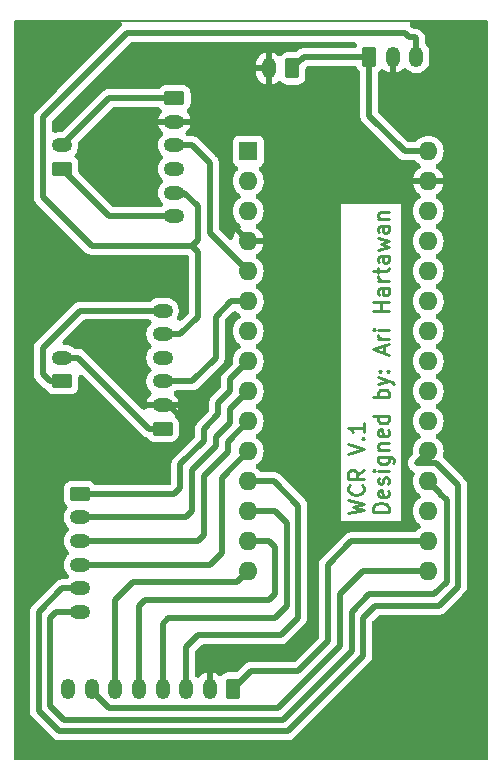
<source format=gbr>
%TF.GenerationSoftware,KiCad,Pcbnew,8.0.6*%
%TF.CreationDate,2024-12-30T21:59:01+07:00*%
%TF.ProjectId,Robot_PCB,526f626f-745f-4504-9342-2e6b69636164,rev?*%
%TF.SameCoordinates,Original*%
%TF.FileFunction,Copper,L1,Top*%
%TF.FilePolarity,Positive*%
%FSLAX46Y46*%
G04 Gerber Fmt 4.6, Leading zero omitted, Abs format (unit mm)*
G04 Created by KiCad (PCBNEW 8.0.6) date 2024-12-30 21:59:01*
%MOMM*%
%LPD*%
G01*
G04 APERTURE LIST*
G04 Aperture macros list*
%AMRoundRect*
0 Rectangle with rounded corners*
0 $1 Rounding radius*
0 $2 $3 $4 $5 $6 $7 $8 $9 X,Y pos of 4 corners*
0 Add a 4 corners polygon primitive as box body*
4,1,4,$2,$3,$4,$5,$6,$7,$8,$9,$2,$3,0*
0 Add four circle primitives for the rounded corners*
1,1,$1+$1,$2,$3*
1,1,$1+$1,$4,$5*
1,1,$1+$1,$6,$7*
1,1,$1+$1,$8,$9*
0 Add four rect primitives between the rounded corners*
20,1,$1+$1,$2,$3,$4,$5,0*
20,1,$1+$1,$4,$5,$6,$7,0*
20,1,$1+$1,$6,$7,$8,$9,0*
20,1,$1+$1,$8,$9,$2,$3,0*%
G04 Aperture macros list end*
%ADD10C,0.250000*%
%TA.AperFunction,NonConductor*%
%ADD11C,0.250000*%
%TD*%
%TA.AperFunction,Conductor*%
%ADD12C,0.200000*%
%TD*%
%TA.AperFunction,ComponentPad*%
%ADD13RoundRect,0.250000X0.350000X0.625000X-0.350000X0.625000X-0.350000X-0.625000X0.350000X-0.625000X0*%
%TD*%
%TA.AperFunction,ComponentPad*%
%ADD14O,1.200000X1.750000*%
%TD*%
%TA.AperFunction,ComponentPad*%
%ADD15O,1.750000X1.200000*%
%TD*%
%TA.AperFunction,ComponentPad*%
%ADD16RoundRect,0.250000X0.625000X-0.350000X0.625000X0.350000X-0.625000X0.350000X-0.625000X-0.350000X0*%
%TD*%
%TA.AperFunction,ComponentPad*%
%ADD17RoundRect,0.250000X-0.350000X-0.625000X0.350000X-0.625000X0.350000X0.625000X-0.350000X0.625000X0*%
%TD*%
%TA.AperFunction,ComponentPad*%
%ADD18RoundRect,0.250000X-0.625000X0.350000X-0.625000X-0.350000X0.625000X-0.350000X0.625000X0.350000X0*%
%TD*%
%TA.AperFunction,ComponentPad*%
%ADD19R,1.600000X1.600000*%
%TD*%
%TA.AperFunction,ComponentPad*%
%ADD20O,1.600000X1.600000*%
%TD*%
%TA.AperFunction,Conductor*%
%ADD21C,0.500000*%
%TD*%
G04 APERTURE END LIST*
D10*
D11*
X237741941Y-85149812D02*
X239041941Y-84840288D01*
X239041941Y-84840288D02*
X238113370Y-84592669D01*
X238113370Y-84592669D02*
X239041941Y-84345050D01*
X239041941Y-84345050D02*
X237741941Y-84035527D01*
X238918132Y-82797432D02*
X238980037Y-82859336D01*
X238980037Y-82859336D02*
X239041941Y-83045051D01*
X239041941Y-83045051D02*
X239041941Y-83168860D01*
X239041941Y-83168860D02*
X238980037Y-83354574D01*
X238980037Y-83354574D02*
X238856227Y-83478384D01*
X238856227Y-83478384D02*
X238732417Y-83540289D01*
X238732417Y-83540289D02*
X238484798Y-83602193D01*
X238484798Y-83602193D02*
X238299084Y-83602193D01*
X238299084Y-83602193D02*
X238051465Y-83540289D01*
X238051465Y-83540289D02*
X237927656Y-83478384D01*
X237927656Y-83478384D02*
X237803846Y-83354574D01*
X237803846Y-83354574D02*
X237741941Y-83168860D01*
X237741941Y-83168860D02*
X237741941Y-83045051D01*
X237741941Y-83045051D02*
X237803846Y-82859336D01*
X237803846Y-82859336D02*
X237865751Y-82797432D01*
X239041941Y-81497432D02*
X238422894Y-81930765D01*
X239041941Y-82240289D02*
X237741941Y-82240289D01*
X237741941Y-82240289D02*
X237741941Y-81745051D01*
X237741941Y-81745051D02*
X237803846Y-81621241D01*
X237803846Y-81621241D02*
X237865751Y-81559336D01*
X237865751Y-81559336D02*
X237989560Y-81497432D01*
X237989560Y-81497432D02*
X238175275Y-81497432D01*
X238175275Y-81497432D02*
X238299084Y-81559336D01*
X238299084Y-81559336D02*
X238360989Y-81621241D01*
X238360989Y-81621241D02*
X238422894Y-81745051D01*
X238422894Y-81745051D02*
X238422894Y-82240289D01*
X237741941Y-80135527D02*
X239041941Y-79702194D01*
X239041941Y-79702194D02*
X237741941Y-79268860D01*
X238918132Y-78835527D02*
X238980037Y-78773622D01*
X238980037Y-78773622D02*
X239041941Y-78835527D01*
X239041941Y-78835527D02*
X238980037Y-78897431D01*
X238980037Y-78897431D02*
X238918132Y-78835527D01*
X238918132Y-78835527D02*
X239041941Y-78835527D01*
X239041941Y-77535526D02*
X239041941Y-78278383D01*
X239041941Y-77906955D02*
X237741941Y-77906955D01*
X237741941Y-77906955D02*
X237927656Y-78030764D01*
X237927656Y-78030764D02*
X238051465Y-78154574D01*
X238051465Y-78154574D02*
X238113370Y-78278383D01*
X241134868Y-85026003D02*
X239834868Y-85026003D01*
X239834868Y-85026003D02*
X239834868Y-84716479D01*
X239834868Y-84716479D02*
X239896773Y-84530765D01*
X239896773Y-84530765D02*
X240020583Y-84406955D01*
X240020583Y-84406955D02*
X240144392Y-84345050D01*
X240144392Y-84345050D02*
X240392011Y-84283146D01*
X240392011Y-84283146D02*
X240577725Y-84283146D01*
X240577725Y-84283146D02*
X240825344Y-84345050D01*
X240825344Y-84345050D02*
X240949154Y-84406955D01*
X240949154Y-84406955D02*
X241072964Y-84530765D01*
X241072964Y-84530765D02*
X241134868Y-84716479D01*
X241134868Y-84716479D02*
X241134868Y-85026003D01*
X241072964Y-83230765D02*
X241134868Y-83354574D01*
X241134868Y-83354574D02*
X241134868Y-83602193D01*
X241134868Y-83602193D02*
X241072964Y-83726003D01*
X241072964Y-83726003D02*
X240949154Y-83787907D01*
X240949154Y-83787907D02*
X240453916Y-83787907D01*
X240453916Y-83787907D02*
X240330106Y-83726003D01*
X240330106Y-83726003D02*
X240268202Y-83602193D01*
X240268202Y-83602193D02*
X240268202Y-83354574D01*
X240268202Y-83354574D02*
X240330106Y-83230765D01*
X240330106Y-83230765D02*
X240453916Y-83168860D01*
X240453916Y-83168860D02*
X240577725Y-83168860D01*
X240577725Y-83168860D02*
X240701535Y-83787907D01*
X241072964Y-82673621D02*
X241134868Y-82549812D01*
X241134868Y-82549812D02*
X241134868Y-82302193D01*
X241134868Y-82302193D02*
X241072964Y-82178383D01*
X241072964Y-82178383D02*
X240949154Y-82116479D01*
X240949154Y-82116479D02*
X240887249Y-82116479D01*
X240887249Y-82116479D02*
X240763440Y-82178383D01*
X240763440Y-82178383D02*
X240701535Y-82302193D01*
X240701535Y-82302193D02*
X240701535Y-82487907D01*
X240701535Y-82487907D02*
X240639630Y-82611717D01*
X240639630Y-82611717D02*
X240515821Y-82673621D01*
X240515821Y-82673621D02*
X240453916Y-82673621D01*
X240453916Y-82673621D02*
X240330106Y-82611717D01*
X240330106Y-82611717D02*
X240268202Y-82487907D01*
X240268202Y-82487907D02*
X240268202Y-82302193D01*
X240268202Y-82302193D02*
X240330106Y-82178383D01*
X241134868Y-81559336D02*
X240268202Y-81559336D01*
X239834868Y-81559336D02*
X239896773Y-81621240D01*
X239896773Y-81621240D02*
X239958678Y-81559336D01*
X239958678Y-81559336D02*
X239896773Y-81497431D01*
X239896773Y-81497431D02*
X239834868Y-81559336D01*
X239834868Y-81559336D02*
X239958678Y-81559336D01*
X240268202Y-80383145D02*
X241320583Y-80383145D01*
X241320583Y-80383145D02*
X241444392Y-80445050D01*
X241444392Y-80445050D02*
X241506297Y-80506954D01*
X241506297Y-80506954D02*
X241568202Y-80630764D01*
X241568202Y-80630764D02*
X241568202Y-80816478D01*
X241568202Y-80816478D02*
X241506297Y-80940288D01*
X241072964Y-80383145D02*
X241134868Y-80506954D01*
X241134868Y-80506954D02*
X241134868Y-80754573D01*
X241134868Y-80754573D02*
X241072964Y-80878383D01*
X241072964Y-80878383D02*
X241011059Y-80940288D01*
X241011059Y-80940288D02*
X240887249Y-81002192D01*
X240887249Y-81002192D02*
X240515821Y-81002192D01*
X240515821Y-81002192D02*
X240392011Y-80940288D01*
X240392011Y-80940288D02*
X240330106Y-80878383D01*
X240330106Y-80878383D02*
X240268202Y-80754573D01*
X240268202Y-80754573D02*
X240268202Y-80506954D01*
X240268202Y-80506954D02*
X240330106Y-80383145D01*
X240268202Y-79764098D02*
X241134868Y-79764098D01*
X240392011Y-79764098D02*
X240330106Y-79702193D01*
X240330106Y-79702193D02*
X240268202Y-79578383D01*
X240268202Y-79578383D02*
X240268202Y-79392669D01*
X240268202Y-79392669D02*
X240330106Y-79268860D01*
X240330106Y-79268860D02*
X240453916Y-79206955D01*
X240453916Y-79206955D02*
X241134868Y-79206955D01*
X241072964Y-78092670D02*
X241134868Y-78216479D01*
X241134868Y-78216479D02*
X241134868Y-78464098D01*
X241134868Y-78464098D02*
X241072964Y-78587908D01*
X241072964Y-78587908D02*
X240949154Y-78649812D01*
X240949154Y-78649812D02*
X240453916Y-78649812D01*
X240453916Y-78649812D02*
X240330106Y-78587908D01*
X240330106Y-78587908D02*
X240268202Y-78464098D01*
X240268202Y-78464098D02*
X240268202Y-78216479D01*
X240268202Y-78216479D02*
X240330106Y-78092670D01*
X240330106Y-78092670D02*
X240453916Y-78030765D01*
X240453916Y-78030765D02*
X240577725Y-78030765D01*
X240577725Y-78030765D02*
X240701535Y-78649812D01*
X241134868Y-76916479D02*
X239834868Y-76916479D01*
X241072964Y-76916479D02*
X241134868Y-77040288D01*
X241134868Y-77040288D02*
X241134868Y-77287907D01*
X241134868Y-77287907D02*
X241072964Y-77411717D01*
X241072964Y-77411717D02*
X241011059Y-77473622D01*
X241011059Y-77473622D02*
X240887249Y-77535526D01*
X240887249Y-77535526D02*
X240515821Y-77535526D01*
X240515821Y-77535526D02*
X240392011Y-77473622D01*
X240392011Y-77473622D02*
X240330106Y-77411717D01*
X240330106Y-77411717D02*
X240268202Y-77287907D01*
X240268202Y-77287907D02*
X240268202Y-77040288D01*
X240268202Y-77040288D02*
X240330106Y-76916479D01*
X241134868Y-75306956D02*
X239834868Y-75306956D01*
X240330106Y-75306956D02*
X240268202Y-75183146D01*
X240268202Y-75183146D02*
X240268202Y-74935527D01*
X240268202Y-74935527D02*
X240330106Y-74811718D01*
X240330106Y-74811718D02*
X240392011Y-74749813D01*
X240392011Y-74749813D02*
X240515821Y-74687908D01*
X240515821Y-74687908D02*
X240887249Y-74687908D01*
X240887249Y-74687908D02*
X241011059Y-74749813D01*
X241011059Y-74749813D02*
X241072964Y-74811718D01*
X241072964Y-74811718D02*
X241134868Y-74935527D01*
X241134868Y-74935527D02*
X241134868Y-75183146D01*
X241134868Y-75183146D02*
X241072964Y-75306956D01*
X240268202Y-74254575D02*
X241134868Y-73945051D01*
X240268202Y-73635528D02*
X241134868Y-73945051D01*
X241134868Y-73945051D02*
X241444392Y-74068861D01*
X241444392Y-74068861D02*
X241506297Y-74130766D01*
X241506297Y-74130766D02*
X241568202Y-74254575D01*
X241011059Y-73140290D02*
X241072964Y-73078385D01*
X241072964Y-73078385D02*
X241134868Y-73140290D01*
X241134868Y-73140290D02*
X241072964Y-73202194D01*
X241072964Y-73202194D02*
X241011059Y-73140290D01*
X241011059Y-73140290D02*
X241134868Y-73140290D01*
X240330106Y-73140290D02*
X240392011Y-73078385D01*
X240392011Y-73078385D02*
X240453916Y-73140290D01*
X240453916Y-73140290D02*
X240392011Y-73202194D01*
X240392011Y-73202194D02*
X240330106Y-73140290D01*
X240330106Y-73140290D02*
X240453916Y-73140290D01*
X240763440Y-71592670D02*
X240763440Y-70973623D01*
X241134868Y-71716480D02*
X239834868Y-71283147D01*
X239834868Y-71283147D02*
X241134868Y-70849813D01*
X241134868Y-70416480D02*
X240268202Y-70416480D01*
X240515821Y-70416480D02*
X240392011Y-70354575D01*
X240392011Y-70354575D02*
X240330106Y-70292670D01*
X240330106Y-70292670D02*
X240268202Y-70168861D01*
X240268202Y-70168861D02*
X240268202Y-70045051D01*
X241134868Y-69611718D02*
X240268202Y-69611718D01*
X239834868Y-69611718D02*
X239896773Y-69673622D01*
X239896773Y-69673622D02*
X239958678Y-69611718D01*
X239958678Y-69611718D02*
X239896773Y-69549813D01*
X239896773Y-69549813D02*
X239834868Y-69611718D01*
X239834868Y-69611718D02*
X239958678Y-69611718D01*
X241134868Y-68002194D02*
X239834868Y-68002194D01*
X240453916Y-68002194D02*
X240453916Y-67259337D01*
X241134868Y-67259337D02*
X239834868Y-67259337D01*
X241134868Y-66083146D02*
X240453916Y-66083146D01*
X240453916Y-66083146D02*
X240330106Y-66145051D01*
X240330106Y-66145051D02*
X240268202Y-66268860D01*
X240268202Y-66268860D02*
X240268202Y-66516479D01*
X240268202Y-66516479D02*
X240330106Y-66640289D01*
X241072964Y-66083146D02*
X241134868Y-66206955D01*
X241134868Y-66206955D02*
X241134868Y-66516479D01*
X241134868Y-66516479D02*
X241072964Y-66640289D01*
X241072964Y-66640289D02*
X240949154Y-66702193D01*
X240949154Y-66702193D02*
X240825344Y-66702193D01*
X240825344Y-66702193D02*
X240701535Y-66640289D01*
X240701535Y-66640289D02*
X240639630Y-66516479D01*
X240639630Y-66516479D02*
X240639630Y-66206955D01*
X240639630Y-66206955D02*
X240577725Y-66083146D01*
X241134868Y-65464099D02*
X240268202Y-65464099D01*
X240515821Y-65464099D02*
X240392011Y-65402194D01*
X240392011Y-65402194D02*
X240330106Y-65340289D01*
X240330106Y-65340289D02*
X240268202Y-65216480D01*
X240268202Y-65216480D02*
X240268202Y-65092670D01*
X240268202Y-64845051D02*
X240268202Y-64349813D01*
X239834868Y-64659337D02*
X240949154Y-64659337D01*
X240949154Y-64659337D02*
X241072964Y-64597432D01*
X241072964Y-64597432D02*
X241134868Y-64473622D01*
X241134868Y-64473622D02*
X241134868Y-64349813D01*
X241134868Y-63359337D02*
X240453916Y-63359337D01*
X240453916Y-63359337D02*
X240330106Y-63421242D01*
X240330106Y-63421242D02*
X240268202Y-63545051D01*
X240268202Y-63545051D02*
X240268202Y-63792670D01*
X240268202Y-63792670D02*
X240330106Y-63916480D01*
X241072964Y-63359337D02*
X241134868Y-63483146D01*
X241134868Y-63483146D02*
X241134868Y-63792670D01*
X241134868Y-63792670D02*
X241072964Y-63916480D01*
X241072964Y-63916480D02*
X240949154Y-63978384D01*
X240949154Y-63978384D02*
X240825344Y-63978384D01*
X240825344Y-63978384D02*
X240701535Y-63916480D01*
X240701535Y-63916480D02*
X240639630Y-63792670D01*
X240639630Y-63792670D02*
X240639630Y-63483146D01*
X240639630Y-63483146D02*
X240577725Y-63359337D01*
X240268202Y-62864099D02*
X241134868Y-62616480D01*
X241134868Y-62616480D02*
X240515821Y-62368861D01*
X240515821Y-62368861D02*
X241134868Y-62121242D01*
X241134868Y-62121242D02*
X240268202Y-61873623D01*
X241134868Y-60821242D02*
X240453916Y-60821242D01*
X240453916Y-60821242D02*
X240330106Y-60883147D01*
X240330106Y-60883147D02*
X240268202Y-61006956D01*
X240268202Y-61006956D02*
X240268202Y-61254575D01*
X240268202Y-61254575D02*
X240330106Y-61378385D01*
X241072964Y-60821242D02*
X241134868Y-60945051D01*
X241134868Y-60945051D02*
X241134868Y-61254575D01*
X241134868Y-61254575D02*
X241072964Y-61378385D01*
X241072964Y-61378385D02*
X240949154Y-61440289D01*
X240949154Y-61440289D02*
X240825344Y-61440289D01*
X240825344Y-61440289D02*
X240701535Y-61378385D01*
X240701535Y-61378385D02*
X240639630Y-61254575D01*
X240639630Y-61254575D02*
X240639630Y-60945051D01*
X240639630Y-60945051D02*
X240577725Y-60821242D01*
X240268202Y-60202195D02*
X241134868Y-60202195D01*
X240392011Y-60202195D02*
X240330106Y-60140290D01*
X240330106Y-60140290D02*
X240268202Y-60016480D01*
X240268202Y-60016480D02*
X240268202Y-59830766D01*
X240268202Y-59830766D02*
X240330106Y-59706957D01*
X240330106Y-59706957D02*
X240453916Y-59645052D01*
X240453916Y-59645052D02*
X241134868Y-59645052D01*
%TO.N,GND*%
D12*
X209500000Y-43500000D02*
X249500000Y-43500000D01*
X249500000Y-106000000D01*
X209500000Y-106000000D01*
X209500000Y-43500000D01*
%TD*%
D13*
%TO.P,J8,1,Pin_1*%
%TO.N,12V*%
X233000000Y-47500000D03*
D14*
%TO.P,J8,2,Pin_2*%
%TO.N,GND*%
X231000000Y-47500000D03*
%TD*%
D15*
%TO.P,J7,2,Pin_2*%
%TO.N,R Motor -*%
X213500000Y-72000000D03*
D16*
%TO.P,J7,1,Pin_1*%
%TO.N,R Motor +*%
X213500000Y-74000000D03*
%TD*%
D15*
%TO.P,J3,6,Pin_6*%
%TO.N,R Motor +*%
X222000000Y-68000000D03*
%TO.P,J3,5,Pin_5*%
%TO.N,5V*%
X222000000Y-70000000D03*
%TO.P,J3,4,Pin_4*%
%TO.N,R Encoder B Phase*%
X222000000Y-72000000D03*
%TO.P,J3,3,Pin_3*%
%TO.N,R Encoder A Phase*%
X222000000Y-74000000D03*
%TO.P,J3,2,Pin_2*%
%TO.N,GND*%
X222000000Y-76000000D03*
D16*
%TO.P,J3,1,Pin_1*%
%TO.N,R Motor -*%
X222000000Y-78000000D03*
%TD*%
D15*
%TO.P,J6,2,Pin_2*%
%TO.N,L Motor -*%
X213500000Y-54000000D03*
D16*
%TO.P,J6,1,Pin_1*%
%TO.N,L Motor +*%
X213500000Y-56000000D03*
%TD*%
D14*
%TO.P,J5,3,Pin_3*%
%TO.N,5V*%
X243500000Y-46500000D03*
%TO.P,J5,2,Pin_2*%
%TO.N,GND*%
X241500000Y-46500000D03*
D17*
%TO.P,J5,1,Pin_1*%
%TO.N,12V*%
X239500000Y-46500000D03*
%TD*%
D14*
%TO.P,J4,8,Pin_8*%
%TO.N,IRQ*%
X214000000Y-100000000D03*
%TO.P,J4,7,Pin_7*%
%TO.N,SCK*%
X216000000Y-100000000D03*
%TO.P,J4,6,Pin_6*%
%TO.N,MISO*%
X218000000Y-100000000D03*
%TO.P,J4,5,Pin_5*%
%TO.N,MOSI*%
X220000000Y-100000000D03*
%TO.P,J4,4,Pin_4*%
%TO.N,CNS*%
X222000000Y-100000000D03*
%TO.P,J4,3,Pin_3*%
%TO.N,CE*%
X224000000Y-100000000D03*
%TO.P,J4,2,Pin_2*%
%TO.N,GND*%
X226000000Y-100000000D03*
D13*
%TO.P,J4,1,Pin_1*%
%TO.N,3V3*%
X228000000Y-100000000D03*
%TD*%
D15*
%TO.P,J2,6,Pin_6*%
%TO.N,L Motor +*%
X223000000Y-60000000D03*
%TO.P,J2,5,Pin_5*%
%TO.N,5V*%
X223000000Y-58000000D03*
%TO.P,J2,4,Pin_4*%
%TO.N,L Encoder B Phase*%
X223000000Y-56000000D03*
%TO.P,J2,3,Pin_3*%
%TO.N,L Encoder A Phase*%
X223000000Y-54000000D03*
%TO.P,J2,2,Pin_2*%
%TO.N,GND*%
X223000000Y-52000000D03*
D18*
%TO.P,J2,1,Pin_1*%
%TO.N,L Motor -*%
X223000000Y-50000000D03*
%TD*%
D15*
%TO.P,J1,6,Pin_6*%
%TO.N,IN4*%
X215000000Y-93500000D03*
%TO.P,J1,5,Pin_5*%
%TO.N,IN3*%
X215000000Y-91500000D03*
%TO.P,J1,4,Pin_4*%
%TO.N,IN2*%
X215000000Y-89500000D03*
%TO.P,J1,3,Pin_3*%
%TO.N,IN1*%
X215000000Y-87500000D03*
%TO.P,J1,2,Pin_2*%
%TO.N,ENB*%
X215000000Y-85500000D03*
D18*
%TO.P,J1,1,Pin_1*%
%TO.N,ENA*%
X215000000Y-83500000D03*
%TD*%
D19*
%TO.P,A1,1,D1/TX*%
%TO.N,unconnected-(A1-D1{slash}TX-Pad1)*%
X229260000Y-54500000D03*
D20*
%TO.P,A1,2,D0/RX*%
%TO.N,unconnected-(A1-D0{slash}RX-Pad2)*%
X229260000Y-57040000D03*
%TO.P,A1,3,~{RESET}*%
%TO.N,unconnected-(A1-~{RESET}-Pad3)*%
X229260000Y-59580000D03*
%TO.P,A1,4,GND*%
%TO.N,GND*%
X229260000Y-62120000D03*
%TO.P,A1,5,D2*%
%TO.N,L Encoder A Phase*%
X229260000Y-64660000D03*
%TO.P,A1,6,D3*%
%TO.N,R Encoder A Phase*%
X229260000Y-67200000D03*
%TO.P,A1,7,D4*%
%TO.N,unconnected-(A1-D4-Pad7)*%
X229260000Y-69740000D03*
%TO.P,A1,8,D5*%
%TO.N,ENA*%
X229260000Y-72280000D03*
%TO.P,A1,9,D6*%
%TO.N,ENB*%
X229260000Y-74820000D03*
%TO.P,A1,10,D7*%
%TO.N,IN1*%
X229260000Y-77360000D03*
%TO.P,A1,11,D8*%
%TO.N,IN2*%
X229260000Y-79900000D03*
%TO.P,A1,12,D9*%
%TO.N,CE*%
X229260000Y-82440000D03*
%TO.P,A1,13,D10*%
%TO.N,CNS*%
X229260000Y-84980000D03*
%TO.P,A1,14,D11*%
%TO.N,MOSI*%
X229260000Y-87520000D03*
%TO.P,A1,15,D12*%
%TO.N,MISO*%
X229260000Y-90060000D03*
%TO.P,A1,16,D13*%
%TO.N,SCK*%
X244500000Y-90060000D03*
%TO.P,A1,17,3V3*%
%TO.N,3V3*%
X244500000Y-87520000D03*
%TO.P,A1,18,AREF*%
%TO.N,unconnected-(A1-AREF-Pad18)*%
X244500000Y-84980000D03*
%TO.P,A1,19,A0*%
%TO.N,IN4*%
X244500000Y-82440000D03*
%TO.P,A1,20,A1*%
%TO.N,IN3*%
X244500000Y-79900000D03*
%TO.P,A1,21,A2*%
%TO.N,unconnected-(A1-A2-Pad21)*%
X244500000Y-77360000D03*
%TO.P,A1,22,A3*%
%TO.N,unconnected-(A1-A3-Pad22)*%
X244500000Y-74820000D03*
%TO.P,A1,23,A4*%
%TO.N,unconnected-(A1-A4-Pad23)*%
X244500000Y-72280000D03*
%TO.P,A1,24,A5*%
%TO.N,unconnected-(A1-A5-Pad24)*%
X244500000Y-69740000D03*
%TO.P,A1,25,A6*%
%TO.N,unconnected-(A1-A6-Pad25)*%
X244500000Y-67200000D03*
%TO.P,A1,26,A7*%
%TO.N,unconnected-(A1-A7-Pad26)*%
X244500000Y-64660000D03*
%TO.P,A1,27,+5V*%
%TO.N,unconnected-(A1-+5V-Pad27)*%
X244500000Y-62120000D03*
%TO.P,A1,28,~{RESET}*%
%TO.N,unconnected-(A1-~{RESET}-Pad28)*%
X244500000Y-59580000D03*
%TO.P,A1,29,GND*%
%TO.N,GND*%
X244500000Y-57040000D03*
%TO.P,A1,30,VIN*%
%TO.N,12V*%
X244500000Y-54500000D03*
%TD*%
D21*
%TO.N,GND*%
X234500000Y-61240000D02*
X233620000Y-62120000D01*
X234500000Y-57500000D02*
X234500000Y-61240000D01*
X234960000Y-57040000D02*
X234500000Y-57500000D01*
X244500000Y-57040000D02*
X234960000Y-57040000D01*
%TO.N,12V*%
X234000000Y-46500000D02*
X239500000Y-46500000D01*
X233000000Y-47500000D02*
X234000000Y-46500000D01*
%TO.N,GND*%
X226000000Y-48000000D02*
X226000000Y-51500000D01*
X226000000Y-51500000D02*
X225500000Y-52000000D01*
X226500000Y-47500000D02*
X226000000Y-48000000D01*
X231000000Y-47500000D02*
X226500000Y-47500000D01*
%TO.N,5V*%
X242500000Y-44500000D02*
X242875000Y-44875000D01*
X219000000Y-44500000D02*
X242500000Y-44500000D01*
X243500000Y-45000000D02*
X243500000Y-46500000D01*
X211875000Y-58375000D02*
X211875000Y-51625000D01*
X243375000Y-44875000D02*
X243500000Y-45000000D01*
X216000000Y-62500000D02*
X211875000Y-58375000D01*
X224500000Y-62500000D02*
X216000000Y-62500000D01*
X242875000Y-44875000D02*
X243375000Y-44875000D01*
X211875000Y-51625000D02*
X219000000Y-44500000D01*
%TO.N,GND*%
X226000000Y-98500000D02*
X226000000Y-100000000D01*
X246500000Y-57580000D02*
X245960000Y-57040000D01*
X248050002Y-82383756D02*
X246500000Y-80833754D01*
X240500000Y-94000000D02*
X245000001Y-94000001D01*
X248050002Y-91778426D02*
X248050002Y-82383756D01*
X240000002Y-94499998D02*
X240500000Y-94000000D01*
X245000001Y-94000001D02*
X245828427Y-94000001D01*
X212796575Y-104625003D02*
X233031853Y-104625003D01*
X240000003Y-97656853D02*
X240000002Y-96828426D01*
X210499999Y-102328427D02*
X212796575Y-104625003D01*
X233031853Y-104625003D02*
X240000003Y-97656853D01*
X210499999Y-93000001D02*
X210499999Y-102328427D01*
X245828427Y-94000001D02*
X248050002Y-91778426D01*
X213000000Y-90500000D02*
X210499999Y-93000001D01*
X213000000Y-83103858D02*
X213000000Y-90500000D01*
X240000002Y-96828426D02*
X240000002Y-94499998D01*
X213953858Y-82150000D02*
X213000000Y-83103858D01*
X221150000Y-82150000D02*
X213953858Y-82150000D01*
X246500000Y-80833754D02*
X246500000Y-57580000D01*
X221500000Y-82500000D02*
X221150000Y-82150000D01*
X222000000Y-82500000D02*
X221500000Y-82500000D01*
X222500000Y-82000000D02*
X222000000Y-82500000D01*
X222500000Y-79896142D02*
X222500000Y-82000000D01*
X223625000Y-78771142D02*
X222500000Y-79896142D01*
X223625000Y-77125000D02*
X223625000Y-78771142D01*
X222500000Y-76000000D02*
X223625000Y-77125000D01*
X222000000Y-76000000D02*
X222500000Y-76000000D01*
%TO.N,IN3*%
X213500000Y-91500000D02*
X215000000Y-91500000D01*
X211500000Y-101914214D02*
X211500000Y-93500000D01*
X213210788Y-103625002D02*
X211500000Y-101914214D01*
X232617640Y-103625002D02*
X213210788Y-103625002D01*
X211500000Y-93500000D02*
X213500000Y-91500000D01*
X239000002Y-97242640D02*
X232617640Y-103625002D01*
X239000002Y-94000002D02*
X239000002Y-97242640D01*
X239000000Y-94000000D02*
X239000002Y-94000002D01*
X240000000Y-93000000D02*
X239000000Y-94000000D01*
X247050001Y-91364213D02*
X245414214Y-93000000D01*
X247050001Y-82797969D02*
X247050001Y-91364213D01*
X245414214Y-93000000D02*
X240000000Y-93000000D01*
X243510000Y-80890000D02*
X245142032Y-80890000D01*
X244500000Y-79900000D02*
X243510000Y-80890000D01*
X245142032Y-80890000D02*
X247050001Y-82797969D01*
%TO.N,IN4*%
X212500000Y-101500000D02*
X212500000Y-94000000D01*
X213625001Y-102625001D02*
X212500000Y-101500000D01*
X212500000Y-94000000D02*
X213000000Y-93500000D01*
X232203427Y-102625001D02*
X213625001Y-102625001D01*
X238000001Y-96828427D02*
X232203427Y-102625001D01*
X238000001Y-96000001D02*
X238000001Y-96828427D01*
X246050000Y-90950000D02*
X245000000Y-92000000D01*
X238000000Y-93500000D02*
X238000001Y-96000001D01*
X246050000Y-84050000D02*
X246050000Y-90950000D01*
X245500000Y-83500000D02*
X246050000Y-84050000D01*
X245500000Y-83440000D02*
X245500000Y-83500000D01*
X239500000Y-92000000D02*
X238000000Y-93500000D01*
X245000000Y-92000000D02*
X239500000Y-92000000D01*
X244500000Y-82440000D02*
X245500000Y-83440000D01*
X213000000Y-93500000D02*
X215000000Y-93500000D01*
%TO.N,SCK*%
X238940000Y-90060000D02*
X244500000Y-90060000D01*
X237000000Y-92000000D02*
X238940000Y-90060000D01*
X237000000Y-96414214D02*
X237000000Y-92000000D01*
X231789214Y-101625000D02*
X237000000Y-96414214D01*
X217440812Y-101625000D02*
X231789214Y-101625000D01*
X216000000Y-100184188D02*
X217440812Y-101625000D01*
X216000000Y-100000000D02*
X216000000Y-100184188D01*
%TO.N,3V3*%
X237980000Y-87520000D02*
X244500000Y-87520000D01*
X236000000Y-96000000D02*
X236000000Y-89500000D01*
X236000000Y-89500000D02*
X237980000Y-87520000D01*
X229500000Y-98500000D02*
X233500000Y-98500000D01*
X233500000Y-98500000D02*
X236000000Y-96000000D01*
X228000000Y-100000000D02*
X229500000Y-98500000D01*
%TO.N,MISO*%
X218000000Y-92500000D02*
X218000000Y-100000000D01*
%TO.N,MOSI*%
X220000000Y-93000000D02*
X220000000Y-100000000D01*
%TO.N,CNS*%
X222000000Y-94500000D02*
X222000000Y-100000000D01*
%TO.N,CE*%
X224000000Y-96500000D02*
X224000000Y-100000000D01*
%TO.N,GND*%
X233620000Y-62120000D02*
X229260000Y-62120000D01*
X234500000Y-95500000D02*
X234500000Y-63000000D01*
X227000000Y-97500000D02*
X232500000Y-97500000D01*
X226000000Y-98500000D02*
X227000000Y-97500000D01*
X234500000Y-63000000D02*
X233620000Y-62120000D01*
X232500000Y-97500000D02*
X234500000Y-95500000D01*
%TO.N,CE*%
X231440000Y-82440000D02*
X229260000Y-82440000D01*
X233500000Y-84500000D02*
X231440000Y-82440000D01*
X233500000Y-94000000D02*
X233500000Y-84500000D01*
X232000000Y-95500000D02*
X233500000Y-94000000D01*
X224000000Y-96500000D02*
X225000000Y-95500000D01*
X225000000Y-95500000D02*
X232000000Y-95500000D01*
%TO.N,CNS*%
X232500000Y-86000000D02*
X231480000Y-84980000D01*
X232500000Y-93000000D02*
X232500000Y-86000000D01*
X231500000Y-94000000D02*
X232500000Y-93000000D01*
X222500000Y-94000000D02*
X231500000Y-94000000D01*
X222000000Y-94500000D02*
X222500000Y-94000000D01*
X231480000Y-84980000D02*
X229260000Y-84980000D01*
%TO.N,MOSI*%
X231020000Y-87520000D02*
X229260000Y-87520000D01*
X231500000Y-92000000D02*
X231500000Y-88000000D01*
X231500000Y-88000000D02*
X231020000Y-87520000D01*
X220500000Y-92500000D02*
X231000000Y-92500000D01*
X231000000Y-92500000D02*
X231500000Y-92000000D01*
X220000000Y-93000000D02*
X220500000Y-92500000D01*
%TO.N,MISO*%
X219500000Y-91000000D02*
X218000000Y-92500000D01*
X228320000Y-91000000D02*
X219500000Y-91000000D01*
X229260000Y-90060000D02*
X228320000Y-91000000D01*
%TO.N,ENA*%
X227710000Y-73830000D02*
X229260000Y-72280000D01*
X227710000Y-74790000D02*
X227710000Y-73830000D01*
X226709999Y-75790001D02*
X227710000Y-74790000D01*
X226709999Y-75955787D02*
X226709999Y-75790001D01*
X226710000Y-76500000D02*
X226709999Y-75955787D01*
X226710000Y-76790000D02*
X226710000Y-76500000D01*
X225500000Y-78000000D02*
X226710000Y-76790000D01*
X225500000Y-79000000D02*
X225500000Y-78000000D01*
X223500000Y-81000000D02*
X225500000Y-79000000D01*
X223000000Y-83500000D02*
X223500000Y-83000000D01*
X223500000Y-83000000D02*
X223500000Y-81000000D01*
X215000000Y-83500000D02*
X223000000Y-83500000D01*
%TO.N,ENB*%
X227710000Y-76370000D02*
X229260000Y-74820000D01*
X227710000Y-77495786D02*
X227710000Y-76370000D01*
X226499999Y-78705787D02*
X227710000Y-77495786D01*
X226500000Y-79500000D02*
X226499999Y-78705787D01*
X224499999Y-82414213D02*
X224499999Y-81500001D01*
X224499999Y-81500001D02*
X226500000Y-79500000D01*
X224500000Y-85000000D02*
X224499999Y-82414213D01*
X224000000Y-85500000D02*
X224500000Y-85000000D01*
X215000000Y-85500000D02*
X224000000Y-85500000D01*
%TO.N,IN1*%
X225500000Y-82000000D02*
X227500000Y-80000000D01*
X225500000Y-87000000D02*
X225500000Y-82000000D01*
X227500000Y-80000000D02*
X227500000Y-79120000D01*
X225000000Y-87500000D02*
X225500000Y-87000000D01*
X227500000Y-79120000D02*
X229260000Y-77360000D01*
X215000000Y-87500000D02*
X225000000Y-87500000D01*
%TO.N,IN2*%
X227000000Y-82160000D02*
X229260000Y-79900000D01*
X226000000Y-89500000D02*
X227000000Y-88500000D01*
X227000000Y-88500000D02*
X227000000Y-82160000D01*
X215000000Y-89500000D02*
X226000000Y-89500000D01*
%TO.N,R Motor +*%
X215000000Y-68000000D02*
X222000000Y-68000000D01*
X211875000Y-71125000D02*
X215000000Y-68000000D01*
X211875000Y-73375000D02*
X211875000Y-71125000D01*
X212500000Y-74000000D02*
X211875000Y-73375000D01*
X213500000Y-74000000D02*
X212500000Y-74000000D01*
%TO.N,R Motor -*%
X220875000Y-78000000D02*
X222000000Y-78000000D01*
X214875000Y-72000000D02*
X220875000Y-78000000D01*
X213500000Y-72000000D02*
X214875000Y-72000000D01*
%TO.N,R Encoder A Phase*%
X224500000Y-74000000D02*
X222000000Y-74000000D01*
X226500000Y-72000000D02*
X224500000Y-74000000D01*
%TO.N,L Encoder A Phase*%
X224500000Y-54000000D02*
X223000000Y-54000000D01*
X226000000Y-61400000D02*
X226000000Y-55500000D01*
X226000000Y-55500000D02*
X224500000Y-54000000D01*
%TO.N,GND*%
X225500000Y-52000000D02*
X223000000Y-52000000D01*
X227000000Y-53500000D02*
X225500000Y-52000000D01*
X227000000Y-59860000D02*
X227000000Y-53500000D01*
%TO.N,R Encoder A Phase*%
X226500000Y-68500000D02*
X226500000Y-72000000D01*
%TO.N,L Encoder A Phase*%
X229260000Y-64660000D02*
X226000000Y-61400000D01*
%TO.N,R Encoder A Phase*%
X229260000Y-67200000D02*
X227800000Y-67200000D01*
X227800000Y-67200000D02*
X226500000Y-68500000D01*
%TO.N,GND*%
X229260000Y-62120000D02*
X227000000Y-59860000D01*
X241500000Y-51500000D02*
X242500000Y-52500000D01*
%TO.N,12V*%
X242500000Y-54500000D02*
X244500000Y-54500000D01*
%TO.N,GND*%
X245960000Y-57040000D02*
X244500000Y-57040000D01*
X242500000Y-52500000D02*
X246000000Y-52500000D01*
X246500000Y-56500000D02*
X245960000Y-57040000D01*
X246500000Y-53000000D02*
X246500000Y-56500000D01*
X246000000Y-52500000D02*
X246500000Y-53000000D01*
%TO.N,12V*%
X239500000Y-46500000D02*
X239500000Y-51500000D01*
%TO.N,GND*%
X241500000Y-46500000D02*
X241500000Y-51500000D01*
%TO.N,12V*%
X239500000Y-51500000D02*
X242500000Y-54500000D01*
%TO.N,L Motor -*%
X223000000Y-50000000D02*
X217500000Y-50000000D01*
X217500000Y-50000000D02*
X213500000Y-54000000D01*
%TO.N,L Motor +*%
X217500000Y-60000000D02*
X223000000Y-60000000D01*
X213500000Y-56000000D02*
X217500000Y-60000000D01*
%TO.N,5V*%
X223000000Y-58000000D02*
X223825000Y-58000000D01*
X223825000Y-58000000D02*
X225000000Y-59175000D01*
X225000000Y-68500000D02*
X223500000Y-70000000D01*
X223500000Y-70000000D02*
X222000000Y-70000000D01*
X225000000Y-68500000D02*
X225000000Y-63000000D01*
X225000000Y-63000000D02*
X224500000Y-62500000D01*
X225000000Y-59175000D02*
X225000000Y-62000000D01*
X225000000Y-62000000D02*
X224500000Y-62500000D01*
%TD*%
%TA.AperFunction,Conductor*%
%TO.N,GND*%
G36*
X218432782Y-43518954D02*
G01*
X218513564Y-43572930D01*
X218567540Y-43653712D01*
X218586494Y-43749000D01*
X218567540Y-43844288D01*
X218513566Y-43925066D01*
X213021586Y-49417046D01*
X211292047Y-51146585D01*
X211242812Y-51220272D01*
X211209917Y-51269502D01*
X211209915Y-51269507D01*
X211153341Y-51406088D01*
X211124500Y-51551079D01*
X211124500Y-58448920D01*
X211153341Y-58593911D01*
X211153342Y-58593914D01*
X211209912Y-58730487D01*
X211209917Y-58730497D01*
X211223282Y-58750499D01*
X211223284Y-58750502D01*
X211292044Y-58853411D01*
X211292045Y-58853412D01*
X211292048Y-58853416D01*
X215521584Y-63082952D01*
X215535463Y-63092225D01*
X215577096Y-63120044D01*
X215577102Y-63120047D01*
X215610803Y-63142565D01*
X215644503Y-63165083D01*
X215644505Y-63165084D01*
X215781087Y-63221658D01*
X215926080Y-63250499D01*
X215926081Y-63250500D01*
X215926082Y-63250500D01*
X215926083Y-63250500D01*
X216073917Y-63250500D01*
X224000500Y-63250500D01*
X224095788Y-63269454D01*
X224176570Y-63323430D01*
X224230546Y-63404212D01*
X224249500Y-63499500D01*
X224249500Y-68085992D01*
X224230546Y-68181280D01*
X224176570Y-68262062D01*
X224176569Y-68262062D01*
X223657201Y-68781429D01*
X223576420Y-68835405D01*
X223481132Y-68854359D01*
X223385844Y-68835405D01*
X223305062Y-68781428D01*
X223251086Y-68700647D01*
X223232132Y-68605359D01*
X223251086Y-68510071D01*
X223259259Y-68492340D01*
X223294873Y-68422445D01*
X223348402Y-68257701D01*
X223375500Y-68086611D01*
X223375500Y-67913389D01*
X223348402Y-67742299D01*
X223294873Y-67577555D01*
X223216232Y-67423212D01*
X223216230Y-67423209D01*
X223216229Y-67423207D01*
X223114418Y-67283077D01*
X223114416Y-67283075D01*
X223114414Y-67283072D01*
X222991928Y-67160586D01*
X222991924Y-67160583D01*
X222991922Y-67160581D01*
X222851792Y-67058770D01*
X222697443Y-66980126D01*
X222697437Y-66980124D01*
X222603195Y-66949503D01*
X222532701Y-66926598D01*
X222532699Y-66926597D01*
X222532697Y-66926597D01*
X222361621Y-66899501D01*
X222361614Y-66899500D01*
X222361611Y-66899500D01*
X221638389Y-66899500D01*
X221638386Y-66899500D01*
X221638378Y-66899501D01*
X221467302Y-66926597D01*
X221302562Y-66980124D01*
X221302556Y-66980126D01*
X221148207Y-67058770D01*
X221008077Y-67160581D01*
X221008072Y-67160585D01*
X221008072Y-67160586D01*
X220992085Y-67176572D01*
X220911307Y-67230546D01*
X220816019Y-67249500D01*
X214926079Y-67249500D01*
X214781088Y-67278341D01*
X214644507Y-67334915D01*
X214644503Y-67334917D01*
X214521587Y-67417046D01*
X211292046Y-70646586D01*
X211269693Y-70680042D01*
X211269691Y-70680045D01*
X211209917Y-70769503D01*
X211209915Y-70769507D01*
X211153341Y-70906088D01*
X211124500Y-71051079D01*
X211124500Y-73448920D01*
X211153341Y-73593911D01*
X211153342Y-73593913D01*
X211209916Y-73730495D01*
X211242813Y-73779729D01*
X211292048Y-73853416D01*
X211292051Y-73853420D01*
X211917047Y-74478414D01*
X211917049Y-74478416D01*
X211917048Y-74478416D01*
X211990695Y-74552062D01*
X212021584Y-74582951D01*
X212144505Y-74665084D01*
X212144510Y-74665086D01*
X212149469Y-74667737D01*
X212153822Y-74671309D01*
X212154676Y-74671880D01*
X212154619Y-74671964D01*
X212224572Y-74729371D01*
X212244022Y-74756618D01*
X212282285Y-74818652D01*
X212282292Y-74818661D01*
X212368697Y-74905065D01*
X212406344Y-74942712D01*
X212555666Y-75034814D01*
X212555669Y-75034815D01*
X212555667Y-75034815D01*
X212719310Y-75089040D01*
X212722203Y-75089999D01*
X212824991Y-75100500D01*
X214175008Y-75100499D01*
X214277797Y-75089999D01*
X214444334Y-75034814D01*
X214593656Y-74942712D01*
X214717712Y-74818656D01*
X214809814Y-74669334D01*
X214864999Y-74502797D01*
X214875500Y-74400009D01*
X214875499Y-73663004D01*
X214894453Y-73567717D01*
X214948429Y-73486936D01*
X215029211Y-73432959D01*
X215124499Y-73414005D01*
X215219787Y-73432959D01*
X215300568Y-73486935D01*
X220396584Y-78582951D01*
X220519505Y-78665084D01*
X220656087Y-78721658D01*
X220667388Y-78726339D01*
X220666258Y-78729066D01*
X220733240Y-78764868D01*
X220771523Y-78808678D01*
X220773293Y-78807280D01*
X220782284Y-78818651D01*
X220782286Y-78818653D01*
X220782288Y-78818656D01*
X220906344Y-78942712D01*
X221055666Y-79034814D01*
X221055669Y-79034815D01*
X221055667Y-79034815D01*
X221219310Y-79089040D01*
X221222203Y-79089999D01*
X221324991Y-79100500D01*
X222675008Y-79100499D01*
X222777797Y-79089999D01*
X222944334Y-79034814D01*
X223093656Y-78942712D01*
X223217712Y-78818656D01*
X223309814Y-78669334D01*
X223364999Y-78502797D01*
X223375500Y-78400009D01*
X223375499Y-77599992D01*
X223364999Y-77497203D01*
X223309814Y-77330666D01*
X223217712Y-77181344D01*
X223109567Y-77073199D01*
X223055594Y-76992421D01*
X223036640Y-76897133D01*
X223055594Y-76801845D01*
X223109570Y-76721063D01*
X223109586Y-76721048D01*
X223114031Y-76716602D01*
X223215804Y-76576523D01*
X223215808Y-76576516D01*
X223294407Y-76422258D01*
X223294411Y-76422248D01*
X223347914Y-76257584D01*
X223349115Y-76250000D01*
X222280330Y-76250000D01*
X222300075Y-76230255D01*
X222349444Y-76144745D01*
X222375000Y-76049370D01*
X222375000Y-75950630D01*
X222349444Y-75855255D01*
X222300075Y-75769745D01*
X222280330Y-75750000D01*
X223349115Y-75750000D01*
X223347914Y-75742415D01*
X223294411Y-75577751D01*
X223294407Y-75577741D01*
X223215808Y-75423483D01*
X223215804Y-75423476D01*
X223114031Y-75283396D01*
X223007058Y-75176423D01*
X222953082Y-75095641D01*
X222934128Y-75000353D01*
X222953082Y-74905065D01*
X223007055Y-74824286D01*
X223007914Y-74823427D01*
X223088693Y-74769454D01*
X223183981Y-74750500D01*
X224573919Y-74750500D01*
X224573919Y-74750499D01*
X224718913Y-74721658D01*
X224805039Y-74685983D01*
X224855491Y-74665086D01*
X224855492Y-74665085D01*
X224855495Y-74665084D01*
X224904729Y-74632186D01*
X224978416Y-74582952D01*
X227082951Y-72478416D01*
X227165084Y-72355495D01*
X227221658Y-72218913D01*
X227250500Y-72073918D01*
X227250500Y-68914007D01*
X227269454Y-68818719D01*
X227323430Y-68737937D01*
X227965021Y-68096346D01*
X228045803Y-68042370D01*
X228141091Y-68023416D01*
X228236379Y-68042370D01*
X228317157Y-68096343D01*
X228420861Y-68200047D01*
X228420864Y-68200049D01*
X228420865Y-68200050D01*
X228515096Y-68266031D01*
X228582280Y-68336212D01*
X228617493Y-68426761D01*
X228615374Y-68523893D01*
X228576245Y-68612820D01*
X228515096Y-68673969D01*
X228420865Y-68739949D01*
X228259949Y-68900865D01*
X228129436Y-69087258D01*
X228129428Y-69087272D01*
X228033262Y-69293500D01*
X228033261Y-69293503D01*
X227974365Y-69513305D01*
X227974363Y-69513320D01*
X227954532Y-69739994D01*
X227954532Y-69740005D01*
X227974363Y-69966679D01*
X227974365Y-69966694D01*
X228033261Y-70186496D01*
X228033262Y-70186499D01*
X228129428Y-70392727D01*
X228129436Y-70392741D01*
X228259949Y-70579134D01*
X228259953Y-70579139D01*
X228420861Y-70740047D01*
X228420864Y-70740049D01*
X228420865Y-70740050D01*
X228515096Y-70806031D01*
X228582280Y-70876212D01*
X228617493Y-70966761D01*
X228615374Y-71063893D01*
X228576245Y-71152820D01*
X228515096Y-71213969D01*
X228420865Y-71279949D01*
X228259949Y-71440865D01*
X228129436Y-71627258D01*
X228129428Y-71627272D01*
X228033262Y-71833500D01*
X228033261Y-71833503D01*
X227974365Y-72053305D01*
X227974363Y-72053320D01*
X227954532Y-72279994D01*
X227954532Y-72279996D01*
X227954532Y-72280000D01*
X227961137Y-72355495D01*
X227964050Y-72388795D01*
X227953472Y-72485372D01*
X227906741Y-72570550D01*
X227892067Y-72586564D01*
X227127048Y-73351583D01*
X227111220Y-73375271D01*
X227087637Y-73410568D01*
X227044919Y-73474500D01*
X227044913Y-73474510D01*
X226988341Y-73611088D01*
X226959500Y-73756079D01*
X226959500Y-74375992D01*
X226940546Y-74471280D01*
X226886570Y-74552062D01*
X226127048Y-75311583D01*
X226077811Y-75385273D01*
X226044916Y-75434503D01*
X226044914Y-75434508D01*
X225988340Y-75571089D01*
X225959499Y-75716080D01*
X225959499Y-76375992D01*
X225940545Y-76471280D01*
X225886569Y-76552061D01*
X224917047Y-77521584D01*
X224884900Y-77569699D01*
X224884897Y-77569703D01*
X224834917Y-77644503D01*
X224834915Y-77644507D01*
X224778341Y-77781088D01*
X224749500Y-77926079D01*
X224749500Y-78585992D01*
X224730546Y-78681280D01*
X224676570Y-78762062D01*
X222917045Y-80521587D01*
X222896238Y-80552730D01*
X222896235Y-80552734D01*
X222834919Y-80644500D01*
X222834913Y-80644510D01*
X222778341Y-80781088D01*
X222749500Y-80926079D01*
X222749500Y-82500500D01*
X222730546Y-82595788D01*
X222676570Y-82676570D01*
X222595788Y-82730546D01*
X222500500Y-82749500D01*
X216389008Y-82749500D01*
X216293720Y-82730546D01*
X216212939Y-82676570D01*
X216093656Y-82557288D01*
X216001587Y-82500500D01*
X215944334Y-82465186D01*
X215944332Y-82465185D01*
X215944330Y-82465184D01*
X215944332Y-82465184D01*
X215777802Y-82410002D01*
X215777798Y-82410001D01*
X215777797Y-82410001D01*
X215675009Y-82399500D01*
X215675005Y-82399500D01*
X214324993Y-82399500D01*
X214222199Y-82410001D01*
X214055667Y-82465185D01*
X213906346Y-82557286D01*
X213906344Y-82557287D01*
X213906344Y-82557288D01*
X213782288Y-82681344D01*
X213755946Y-82724051D01*
X213690184Y-82830668D01*
X213635002Y-82997197D01*
X213635001Y-82997204D01*
X213624500Y-83099988D01*
X213624500Y-83900006D01*
X213635001Y-84002800D01*
X213688778Y-84165086D01*
X213690186Y-84169334D01*
X213727353Y-84229591D01*
X213763818Y-84288712D01*
X213782288Y-84318656D01*
X213890078Y-84426446D01*
X213944052Y-84507225D01*
X213963006Y-84602513D01*
X213944052Y-84697801D01*
X213890078Y-84778579D01*
X213885586Y-84783072D01*
X213885581Y-84783077D01*
X213783770Y-84923207D01*
X213705126Y-85077556D01*
X213705124Y-85077562D01*
X213651597Y-85242302D01*
X213624501Y-85413378D01*
X213624500Y-85413393D01*
X213624500Y-85586606D01*
X213624501Y-85586621D01*
X213651597Y-85757697D01*
X213651598Y-85757701D01*
X213659691Y-85782608D01*
X213705124Y-85922437D01*
X213705126Y-85922443D01*
X213783770Y-86076792D01*
X213885581Y-86216922D01*
X213885583Y-86216924D01*
X213885586Y-86216928D01*
X213992591Y-86323933D01*
X214046565Y-86404712D01*
X214065519Y-86500000D01*
X214046565Y-86595288D01*
X213992591Y-86676066D01*
X213938112Y-86730546D01*
X213885581Y-86783077D01*
X213783770Y-86923207D01*
X213705126Y-87077556D01*
X213705124Y-87077562D01*
X213651597Y-87242302D01*
X213624501Y-87413378D01*
X213624500Y-87413393D01*
X213624500Y-87586606D01*
X213624501Y-87586621D01*
X213651597Y-87757697D01*
X213705124Y-87922437D01*
X213705126Y-87922443D01*
X213783770Y-88076792D01*
X213885581Y-88216922D01*
X213885583Y-88216924D01*
X213885586Y-88216928D01*
X213992591Y-88323933D01*
X214046565Y-88404712D01*
X214065519Y-88500000D01*
X214046565Y-88595288D01*
X213992591Y-88676066D01*
X213938112Y-88730546D01*
X213885581Y-88783077D01*
X213783770Y-88923207D01*
X213705127Y-89077555D01*
X213651597Y-89242302D01*
X213624501Y-89413378D01*
X213624500Y-89413393D01*
X213624500Y-89586606D01*
X213624501Y-89586621D01*
X213651597Y-89757697D01*
X213705124Y-89922437D01*
X213705126Y-89922443D01*
X213783770Y-90076792D01*
X213885581Y-90216922D01*
X213885583Y-90216924D01*
X213885586Y-90216928D01*
X213992590Y-90323932D01*
X214046564Y-90404711D01*
X214065518Y-90499999D01*
X214046564Y-90595287D01*
X213992939Y-90675716D01*
X213992440Y-90676217D01*
X213911767Y-90730355D01*
X213816517Y-90749500D01*
X213426079Y-90749500D01*
X213281088Y-90778341D01*
X213144507Y-90834915D01*
X213144503Y-90834917D01*
X213068356Y-90885797D01*
X213021587Y-90917046D01*
X210917048Y-93021583D01*
X210879650Y-93077555D01*
X210834916Y-93144504D01*
X210778341Y-93281088D01*
X210749500Y-93426079D01*
X210749500Y-101988134D01*
X210778341Y-102133125D01*
X210778342Y-102133127D01*
X210834916Y-102269709D01*
X210867813Y-102318943D01*
X210917048Y-102392630D01*
X212627837Y-104103418D01*
X212627836Y-104103418D01*
X212732370Y-104207951D01*
X212732372Y-104207953D01*
X212855293Y-104290086D01*
X212911868Y-104313520D01*
X212911870Y-104313521D01*
X212991872Y-104346660D01*
X212991874Y-104346660D01*
X212991876Y-104346661D01*
X213030593Y-104354362D01*
X213108025Y-104369765D01*
X213108033Y-104369765D01*
X213136868Y-104375501D01*
X213136869Y-104375502D01*
X213136870Y-104375502D01*
X232691559Y-104375502D01*
X232691559Y-104375501D01*
X232836553Y-104346660D01*
X232922679Y-104310985D01*
X232973131Y-104290088D01*
X232973132Y-104290087D01*
X232973135Y-104290086D01*
X233022369Y-104257188D01*
X233096056Y-104207954D01*
X239582954Y-97721056D01*
X239632188Y-97647369D01*
X239665086Y-97598135D01*
X239721660Y-97461553D01*
X239750502Y-97316558D01*
X239750502Y-94414005D01*
X239769456Y-94318717D01*
X239823432Y-94237935D01*
X240237937Y-93823430D01*
X240318719Y-93769454D01*
X240414007Y-93750500D01*
X245488133Y-93750500D01*
X245488133Y-93750499D01*
X245633127Y-93721658D01*
X245744396Y-93675569D01*
X245769705Y-93665086D01*
X245769706Y-93665085D01*
X245769709Y-93665084D01*
X245818943Y-93632186D01*
X245892630Y-93582952D01*
X247632952Y-91842629D01*
X247715085Y-91719708D01*
X247771659Y-91583126D01*
X247800501Y-91438131D01*
X247800501Y-91290296D01*
X247800501Y-82724051D01*
X247792006Y-82681344D01*
X247771660Y-82579057D01*
X247762642Y-82557286D01*
X247733997Y-82488130D01*
X247733997Y-82488129D01*
X247715086Y-82442476D01*
X247715083Y-82442471D01*
X247686371Y-82399500D01*
X247632952Y-82319553D01*
X247632950Y-82319551D01*
X247528417Y-82215017D01*
X247528417Y-82215018D01*
X245814266Y-80500866D01*
X245760290Y-80420084D01*
X245741336Y-80324796D01*
X245749820Y-80260355D01*
X245785635Y-80126692D01*
X245805468Y-79900000D01*
X245805468Y-79899996D01*
X245805468Y-79899994D01*
X245785636Y-79673320D01*
X245785635Y-79673308D01*
X245726739Y-79453504D01*
X245630568Y-79247266D01*
X245630565Y-79247262D01*
X245630563Y-79247258D01*
X245500050Y-79060865D01*
X245500049Y-79060864D01*
X245500047Y-79060861D01*
X245339139Y-78899953D01*
X245339133Y-78899949D01*
X245310561Y-78879942D01*
X245244902Y-78833968D01*
X245177719Y-78763789D01*
X245142506Y-78673240D01*
X245144625Y-78576108D01*
X245183753Y-78487181D01*
X245244902Y-78426031D01*
X245339139Y-78360047D01*
X245500047Y-78199139D01*
X245630568Y-78012734D01*
X245726739Y-77806496D01*
X245785635Y-77586692D01*
X245805468Y-77360000D01*
X245805468Y-77359994D01*
X245785636Y-77133320D01*
X245785635Y-77133308D01*
X245726739Y-76913504D01*
X245636995Y-76721048D01*
X245630571Y-76707272D01*
X245630563Y-76707258D01*
X245500050Y-76520865D01*
X245500049Y-76520864D01*
X245500047Y-76520861D01*
X245339139Y-76359953D01*
X245339133Y-76359949D01*
X245267892Y-76310066D01*
X245244902Y-76293968D01*
X245177719Y-76223789D01*
X245142506Y-76133240D01*
X245144625Y-76036108D01*
X245183753Y-75947181D01*
X245244902Y-75886031D01*
X245339139Y-75820047D01*
X245500047Y-75659139D01*
X245630568Y-75472734D01*
X245726739Y-75266496D01*
X245785635Y-75046692D01*
X245798026Y-74905065D01*
X245805468Y-74820005D01*
X245805468Y-74819994D01*
X245785636Y-74593320D01*
X245785635Y-74593308D01*
X245726739Y-74373504D01*
X245630568Y-74167266D01*
X245630565Y-74167262D01*
X245630563Y-74167258D01*
X245500050Y-73980865D01*
X245500049Y-73980864D01*
X245500047Y-73980861D01*
X245339139Y-73819953D01*
X245339133Y-73819949D01*
X245310561Y-73799942D01*
X245244902Y-73753968D01*
X245177719Y-73683789D01*
X245142506Y-73593240D01*
X245144625Y-73496108D01*
X245183753Y-73407181D01*
X245244902Y-73346031D01*
X245339139Y-73280047D01*
X245500047Y-73119139D01*
X245630568Y-72932734D01*
X245726739Y-72726496D01*
X245785635Y-72506692D01*
X245798863Y-72355495D01*
X245805468Y-72280005D01*
X245805468Y-72279994D01*
X245785636Y-72053320D01*
X245785635Y-72053308D01*
X245726739Y-71833504D01*
X245630568Y-71627266D01*
X245630565Y-71627262D01*
X245630563Y-71627258D01*
X245500050Y-71440865D01*
X245500049Y-71440864D01*
X245500047Y-71440861D01*
X245339139Y-71279953D01*
X245339133Y-71279949D01*
X245295647Y-71249500D01*
X245244902Y-71213968D01*
X245177719Y-71143789D01*
X245142506Y-71053240D01*
X245144625Y-70956108D01*
X245183753Y-70867181D01*
X245244902Y-70806031D01*
X245339139Y-70740047D01*
X245500047Y-70579139D01*
X245630568Y-70392734D01*
X245726739Y-70186496D01*
X245785635Y-69966692D01*
X245805468Y-69740000D01*
X245805468Y-69739994D01*
X245785636Y-69513320D01*
X245785635Y-69513308D01*
X245726739Y-69293504D01*
X245630568Y-69087266D01*
X245630565Y-69087262D01*
X245630563Y-69087258D01*
X245500050Y-68900865D01*
X245500049Y-68900864D01*
X245500047Y-68900861D01*
X245339139Y-68739953D01*
X245339133Y-68739949D01*
X245306256Y-68716928D01*
X245244902Y-68673968D01*
X245177719Y-68603789D01*
X245142506Y-68513240D01*
X245144625Y-68416108D01*
X245183753Y-68327181D01*
X245244902Y-68266031D01*
X245339139Y-68200047D01*
X245500047Y-68039139D01*
X245630568Y-67852734D01*
X245726739Y-67646496D01*
X245785635Y-67426692D01*
X245793664Y-67334916D01*
X245805468Y-67200005D01*
X245805468Y-67199994D01*
X245785636Y-66973320D01*
X245785635Y-66973308D01*
X245726739Y-66753504D01*
X245630568Y-66547266D01*
X245630565Y-66547262D01*
X245630563Y-66547258D01*
X245500050Y-66360865D01*
X245500049Y-66360864D01*
X245500047Y-66360861D01*
X245339139Y-66199953D01*
X245339133Y-66199949D01*
X245310561Y-66179942D01*
X245244902Y-66133968D01*
X245177719Y-66063789D01*
X245142506Y-65973240D01*
X245144625Y-65876108D01*
X245183753Y-65787181D01*
X245244902Y-65726031D01*
X245339139Y-65660047D01*
X245500047Y-65499139D01*
X245630568Y-65312734D01*
X245726739Y-65106496D01*
X245785635Y-64886692D01*
X245805468Y-64660000D01*
X245805468Y-64659994D01*
X245785636Y-64433320D01*
X245785635Y-64433308D01*
X245726739Y-64213504D01*
X245630568Y-64007266D01*
X245630565Y-64007262D01*
X245630563Y-64007258D01*
X245500050Y-63820865D01*
X245500049Y-63820864D01*
X245500047Y-63820861D01*
X245339139Y-63659953D01*
X245339133Y-63659949D01*
X245310561Y-63639942D01*
X245244902Y-63593968D01*
X245177719Y-63523789D01*
X245142506Y-63433240D01*
X245144625Y-63336108D01*
X245183753Y-63247181D01*
X245244902Y-63186031D01*
X245339139Y-63120047D01*
X245500047Y-62959139D01*
X245630568Y-62772734D01*
X245726739Y-62566496D01*
X245785635Y-62346692D01*
X245805468Y-62120000D01*
X245805468Y-62119994D01*
X245785636Y-61893320D01*
X245785635Y-61893308D01*
X245726739Y-61673504D01*
X245688270Y-61591008D01*
X245630571Y-61467272D01*
X245630563Y-61467258D01*
X245500050Y-61280865D01*
X245500049Y-61280864D01*
X245500047Y-61280861D01*
X245339139Y-61119953D01*
X245339133Y-61119949D01*
X245310561Y-61099942D01*
X245244902Y-61053968D01*
X245177719Y-60983789D01*
X245142506Y-60893240D01*
X245144625Y-60796108D01*
X245183753Y-60707181D01*
X245244902Y-60646031D01*
X245339139Y-60580047D01*
X245500047Y-60419139D01*
X245630568Y-60232734D01*
X245726739Y-60026496D01*
X245785635Y-59806692D01*
X245805468Y-59580000D01*
X245805468Y-59579994D01*
X245785636Y-59353320D01*
X245785635Y-59353308D01*
X245726739Y-59133504D01*
X245660206Y-58990824D01*
X245630571Y-58927272D01*
X245630563Y-58927258D01*
X245500050Y-58740865D01*
X245500049Y-58740864D01*
X245500047Y-58740861D01*
X245339139Y-58579953D01*
X245339135Y-58579950D01*
X245339134Y-58579949D01*
X245244467Y-58513663D01*
X245177283Y-58443482D01*
X245142070Y-58352933D01*
X245144189Y-58255801D01*
X245183318Y-58166874D01*
X245244468Y-58105724D01*
X245338813Y-58039663D01*
X245499664Y-57878812D01*
X245630133Y-57692483D01*
X245726267Y-57486323D01*
X245778872Y-57290000D01*
X244933012Y-57290000D01*
X244965925Y-57232993D01*
X245000000Y-57105826D01*
X245000000Y-56974174D01*
X244965925Y-56847007D01*
X244933012Y-56790000D01*
X245778872Y-56790000D01*
X245778871Y-56789999D01*
X245726267Y-56593676D01*
X245630133Y-56387516D01*
X245499664Y-56201187D01*
X245338814Y-56040337D01*
X245244466Y-55974274D01*
X245177282Y-55904093D01*
X245142070Y-55813543D01*
X245144189Y-55716411D01*
X245183318Y-55627484D01*
X245244465Y-55566337D01*
X245339139Y-55500047D01*
X245500047Y-55339139D01*
X245630568Y-55152734D01*
X245726739Y-54946496D01*
X245785635Y-54726692D01*
X245805468Y-54500000D01*
X245805468Y-54499994D01*
X245785636Y-54273320D01*
X245785635Y-54273308D01*
X245726739Y-54053504D01*
X245630568Y-53847266D01*
X245630565Y-53847262D01*
X245630563Y-53847258D01*
X245500050Y-53660865D01*
X245500049Y-53660864D01*
X245500047Y-53660861D01*
X245339139Y-53499953D01*
X245339135Y-53499950D01*
X245339134Y-53499949D01*
X245152741Y-53369436D01*
X245152727Y-53369428D01*
X244946499Y-53273262D01*
X244946496Y-53273261D01*
X244726694Y-53214365D01*
X244726679Y-53214363D01*
X244500006Y-53194532D01*
X244499994Y-53194532D01*
X244273320Y-53214363D01*
X244273305Y-53214365D01*
X244053503Y-53273261D01*
X244053500Y-53273262D01*
X243847272Y-53369428D01*
X243847258Y-53369436D01*
X243660865Y-53499949D01*
X243660861Y-53499952D01*
X243660861Y-53499953D01*
X243499953Y-53660861D01*
X243499950Y-53660864D01*
X243492266Y-53668549D01*
X243491367Y-53667650D01*
X243424448Y-53721362D01*
X243331175Y-53748552D01*
X243309466Y-53749500D01*
X242914007Y-53749500D01*
X242818719Y-53730546D01*
X242737937Y-53676570D01*
X240323430Y-51262062D01*
X240269454Y-51181280D01*
X240250500Y-51085992D01*
X240250500Y-47889007D01*
X240269454Y-47793719D01*
X240323427Y-47712940D01*
X240426799Y-47609568D01*
X240507578Y-47555595D01*
X240602866Y-47536641D01*
X240698154Y-47555595D01*
X240778936Y-47609571D01*
X240783396Y-47614031D01*
X240923476Y-47715804D01*
X240923483Y-47715808D01*
X241077741Y-47794407D01*
X241077751Y-47794411D01*
X241242415Y-47847914D01*
X241250000Y-47849115D01*
X241250000Y-46780330D01*
X241269745Y-46800075D01*
X241355255Y-46849444D01*
X241450630Y-46875000D01*
X241549370Y-46875000D01*
X241644745Y-46849444D01*
X241730255Y-46800075D01*
X241750000Y-46780330D01*
X241750000Y-47849115D01*
X241757584Y-47847914D01*
X241922248Y-47794411D01*
X241922258Y-47794407D01*
X242076516Y-47715808D01*
X242076523Y-47715804D01*
X242216603Y-47614031D01*
X242323577Y-47507058D01*
X242404359Y-47453082D01*
X242499647Y-47434128D01*
X242594935Y-47453082D01*
X242675713Y-47507055D01*
X242783072Y-47614414D01*
X242783075Y-47614416D01*
X242783077Y-47614418D01*
X242923207Y-47716229D01*
X242923209Y-47716230D01*
X242923212Y-47716232D01*
X243077555Y-47794873D01*
X243242299Y-47848402D01*
X243413389Y-47875500D01*
X243413393Y-47875500D01*
X243586607Y-47875500D01*
X243586611Y-47875500D01*
X243757701Y-47848402D01*
X243922445Y-47794873D01*
X244076788Y-47716232D01*
X244216928Y-47614414D01*
X244339414Y-47491928D01*
X244441232Y-47351788D01*
X244519873Y-47197445D01*
X244573402Y-47032701D01*
X244600500Y-46861611D01*
X244600500Y-46138389D01*
X244573402Y-45967299D01*
X244519873Y-45802555D01*
X244441232Y-45648212D01*
X244441230Y-45648209D01*
X244441229Y-45648207D01*
X244339417Y-45508076D01*
X244339412Y-45508070D01*
X244323427Y-45492084D01*
X244269452Y-45411301D01*
X244250500Y-45316018D01*
X244250500Y-44926082D01*
X244250499Y-44926079D01*
X244225636Y-44801084D01*
X244225634Y-44801074D01*
X244221659Y-44781090D01*
X244221659Y-44781088D01*
X244188518Y-44701080D01*
X244165084Y-44644505D01*
X244165083Y-44644504D01*
X244165082Y-44644501D01*
X244132186Y-44595270D01*
X244082952Y-44521584D01*
X243853416Y-44292048D01*
X243853412Y-44292045D01*
X243853410Y-44292043D01*
X243853411Y-44292043D01*
X243779732Y-44242815D01*
X243779729Y-44242812D01*
X243779729Y-44242813D01*
X243730495Y-44209916D01*
X243593913Y-44153342D01*
X243593911Y-44153341D01*
X243448920Y-44124500D01*
X243448918Y-44124500D01*
X243289008Y-44124500D01*
X243193720Y-44105546D01*
X243112939Y-44051570D01*
X242986438Y-43925070D01*
X242932461Y-43844289D01*
X242913507Y-43749001D01*
X242932461Y-43653713D01*
X242986437Y-43572931D01*
X243067218Y-43518954D01*
X243162506Y-43500000D01*
X249251000Y-43500000D01*
X249346288Y-43518954D01*
X249427070Y-43572930D01*
X249481046Y-43653712D01*
X249500000Y-43749000D01*
X249500000Y-105751000D01*
X249481046Y-105846288D01*
X249427070Y-105927070D01*
X249346288Y-105981046D01*
X249251000Y-106000000D01*
X209749000Y-106000000D01*
X209653712Y-105981046D01*
X209572930Y-105927070D01*
X209518954Y-105846288D01*
X209500000Y-105751000D01*
X209500000Y-43749000D01*
X209518954Y-43653712D01*
X209572930Y-43572930D01*
X209653712Y-43518954D01*
X209749000Y-43500000D01*
X218337494Y-43500000D01*
X218432782Y-43518954D01*
G37*
%TD.AperFunction*%
%TA.AperFunction,Conductor*%
G36*
X238316771Y-45269454D02*
G01*
X238397553Y-45323430D01*
X238451529Y-45404212D01*
X238470483Y-45499500D01*
X238457799Y-45577957D01*
X238457467Y-45578957D01*
X238409455Y-45663419D01*
X238332774Y-45723079D01*
X238239101Y-45748852D01*
X238221151Y-45749500D01*
X233926074Y-45749500D01*
X233897244Y-45755234D01*
X233897245Y-45755235D01*
X233781090Y-45778340D01*
X233701076Y-45811482D01*
X233644511Y-45834912D01*
X233644505Y-45834915D01*
X233644505Y-45834916D01*
X233562373Y-45889794D01*
X233542047Y-45903375D01*
X233521584Y-45917048D01*
X233387062Y-46051570D01*
X233306280Y-46105546D01*
X233210993Y-46124500D01*
X232599993Y-46124500D01*
X232497199Y-46135001D01*
X232330667Y-46190185D01*
X232181346Y-46282286D01*
X232181344Y-46282287D01*
X232181344Y-46282288D01*
X232073200Y-46390431D01*
X231992422Y-46444405D01*
X231897134Y-46463359D01*
X231801846Y-46444405D01*
X231721064Y-46390429D01*
X231716603Y-46385968D01*
X231576523Y-46284195D01*
X231576516Y-46284191D01*
X231422258Y-46205592D01*
X231422245Y-46205586D01*
X231257587Y-46152087D01*
X231257579Y-46152085D01*
X231250000Y-46150883D01*
X231250000Y-47219670D01*
X231230255Y-47199925D01*
X231144745Y-47150556D01*
X231049370Y-47125000D01*
X230950630Y-47125000D01*
X230855255Y-47150556D01*
X230769745Y-47199925D01*
X230750000Y-47219670D01*
X230750000Y-46150883D01*
X230749999Y-46150883D01*
X230742420Y-46152085D01*
X230742412Y-46152087D01*
X230577754Y-46205586D01*
X230577741Y-46205592D01*
X230423483Y-46284191D01*
X230423476Y-46284195D01*
X230283396Y-46385968D01*
X230160968Y-46508396D01*
X230059195Y-46648476D01*
X230059191Y-46648483D01*
X229980592Y-46802741D01*
X229980586Y-46802754D01*
X229927085Y-46967415D01*
X229927085Y-46967416D01*
X229900000Y-47138418D01*
X229900000Y-47249999D01*
X229900001Y-47250000D01*
X230719670Y-47250000D01*
X230699925Y-47269745D01*
X230650556Y-47355255D01*
X230625000Y-47450630D01*
X230625000Y-47549370D01*
X230650556Y-47644745D01*
X230699925Y-47730255D01*
X230719670Y-47750000D01*
X229900001Y-47750000D01*
X229900000Y-47750001D01*
X229900000Y-47861581D01*
X229927085Y-48032583D01*
X229927085Y-48032584D01*
X229980586Y-48197245D01*
X229980592Y-48197258D01*
X230059191Y-48351516D01*
X230059195Y-48351523D01*
X230160968Y-48491603D01*
X230283396Y-48614031D01*
X230423476Y-48715804D01*
X230423483Y-48715808D01*
X230577741Y-48794407D01*
X230577751Y-48794411D01*
X230742415Y-48847914D01*
X230750000Y-48849115D01*
X230750000Y-47780330D01*
X230769745Y-47800075D01*
X230855255Y-47849444D01*
X230950630Y-47875000D01*
X231049370Y-47875000D01*
X231144745Y-47849444D01*
X231230255Y-47800075D01*
X231250000Y-47780330D01*
X231250000Y-48849114D01*
X231257584Y-48847914D01*
X231422248Y-48794411D01*
X231422258Y-48794407D01*
X231576516Y-48715808D01*
X231576523Y-48715804D01*
X231716602Y-48614031D01*
X231721048Y-48609586D01*
X231801825Y-48555602D01*
X231897111Y-48536640D01*
X231992401Y-48555586D01*
X232073187Y-48609555D01*
X232181344Y-48717712D01*
X232330666Y-48809814D01*
X232330669Y-48809815D01*
X232330667Y-48809815D01*
X232449265Y-48849114D01*
X232497203Y-48864999D01*
X232599991Y-48875500D01*
X233400008Y-48875499D01*
X233502797Y-48864999D01*
X233669334Y-48809814D01*
X233818656Y-48717712D01*
X233942712Y-48593656D01*
X234034814Y-48444334D01*
X234089999Y-48277797D01*
X234100500Y-48175009D01*
X234100499Y-47564005D01*
X234119453Y-47468718D01*
X234173429Y-47387937D01*
X234173431Y-47387935D01*
X234237938Y-47323429D01*
X234318720Y-47269453D01*
X234414006Y-47250500D01*
X238221151Y-47250500D01*
X238316439Y-47269454D01*
X238397221Y-47323430D01*
X238451197Y-47404212D01*
X238457512Y-47421176D01*
X238465185Y-47444333D01*
X238480226Y-47468718D01*
X238557288Y-47593656D01*
X238676572Y-47712940D01*
X238730546Y-47793719D01*
X238749500Y-47889007D01*
X238749500Y-51573920D01*
X238778341Y-51718911D01*
X238778342Y-51718913D01*
X238834916Y-51855495D01*
X238867813Y-51904729D01*
X238917048Y-51978416D01*
X241917049Y-54978416D01*
X241917048Y-54978416D01*
X241995921Y-55057288D01*
X242021584Y-55082951D01*
X242144505Y-55165084D01*
X242183757Y-55181343D01*
X242183759Y-55181344D01*
X242281088Y-55221659D01*
X242281091Y-55221660D01*
X242397237Y-55244763D01*
X242397245Y-55244763D01*
X242426080Y-55250499D01*
X242426081Y-55250500D01*
X242426082Y-55250500D01*
X242426083Y-55250500D01*
X242573918Y-55250500D01*
X243309466Y-55250500D01*
X243404754Y-55269454D01*
X243485536Y-55323430D01*
X243499658Y-55338843D01*
X243499949Y-55339134D01*
X243499953Y-55339139D01*
X243660861Y-55500047D01*
X243755534Y-55566337D01*
X243822716Y-55636516D01*
X243857929Y-55727065D01*
X243855810Y-55824197D01*
X243816682Y-55913125D01*
X243755534Y-55974273D01*
X243661186Y-56040336D01*
X243500335Y-56201187D01*
X243369866Y-56387516D01*
X243273732Y-56593676D01*
X243221128Y-56789999D01*
X243221128Y-56790000D01*
X244066988Y-56790000D01*
X244034075Y-56847007D01*
X244000000Y-56974174D01*
X244000000Y-57105826D01*
X244034075Y-57232993D01*
X244066988Y-57290000D01*
X243221128Y-57290000D01*
X243273732Y-57486323D01*
X243369866Y-57692483D01*
X243500335Y-57878812D01*
X243661187Y-58039664D01*
X243755532Y-58105725D01*
X243822716Y-58175906D01*
X243857929Y-58266455D01*
X243855810Y-58363587D01*
X243816681Y-58452514D01*
X243755533Y-58513663D01*
X243660863Y-58579951D01*
X243499949Y-58740865D01*
X243369436Y-58927258D01*
X243369428Y-58927272D01*
X243273262Y-59133500D01*
X243273261Y-59133503D01*
X243214365Y-59353305D01*
X243214363Y-59353320D01*
X243194532Y-59579994D01*
X243194532Y-59580005D01*
X243214363Y-59806679D01*
X243214365Y-59806694D01*
X243273261Y-60026496D01*
X243273262Y-60026499D01*
X243369428Y-60232727D01*
X243369436Y-60232741D01*
X243499949Y-60419134D01*
X243499953Y-60419139D01*
X243660861Y-60580047D01*
X243660864Y-60580049D01*
X243660865Y-60580050D01*
X243755096Y-60646031D01*
X243822280Y-60716212D01*
X243857493Y-60806761D01*
X243855374Y-60903893D01*
X243816245Y-60992820D01*
X243755096Y-61053969D01*
X243660865Y-61119949D01*
X243499949Y-61280865D01*
X243369436Y-61467258D01*
X243369428Y-61467272D01*
X243273262Y-61673500D01*
X243273261Y-61673503D01*
X243214365Y-61893305D01*
X243214363Y-61893320D01*
X243194532Y-62119994D01*
X243194532Y-62120005D01*
X243214363Y-62346679D01*
X243214365Y-62346694D01*
X243273261Y-62566496D01*
X243273262Y-62566499D01*
X243369428Y-62772727D01*
X243369436Y-62772741D01*
X243476806Y-62926082D01*
X243499953Y-62959139D01*
X243660861Y-63120047D01*
X243660864Y-63120049D01*
X243660865Y-63120050D01*
X243755096Y-63186031D01*
X243822280Y-63256212D01*
X243857493Y-63346761D01*
X243855374Y-63443893D01*
X243816245Y-63532820D01*
X243755096Y-63593969D01*
X243660865Y-63659949D01*
X243499949Y-63820865D01*
X243369436Y-64007258D01*
X243369428Y-64007272D01*
X243273262Y-64213500D01*
X243273261Y-64213503D01*
X243214365Y-64433305D01*
X243214363Y-64433320D01*
X243194532Y-64659994D01*
X243194532Y-64660005D01*
X243214363Y-64886679D01*
X243214365Y-64886694D01*
X243273261Y-65106496D01*
X243273262Y-65106499D01*
X243369428Y-65312727D01*
X243369436Y-65312741D01*
X243499949Y-65499134D01*
X243499953Y-65499139D01*
X243660861Y-65660047D01*
X243660864Y-65660049D01*
X243660865Y-65660050D01*
X243755096Y-65726031D01*
X243822280Y-65796212D01*
X243857493Y-65886761D01*
X243855374Y-65983893D01*
X243816245Y-66072820D01*
X243755096Y-66133969D01*
X243660865Y-66199949D01*
X243499949Y-66360865D01*
X243369436Y-66547258D01*
X243369428Y-66547272D01*
X243273262Y-66753500D01*
X243273261Y-66753503D01*
X243214365Y-66973305D01*
X243214363Y-66973320D01*
X243194532Y-67199994D01*
X243194532Y-67200005D01*
X243214363Y-67426679D01*
X243214365Y-67426694D01*
X243273261Y-67646496D01*
X243273262Y-67646499D01*
X243369428Y-67852727D01*
X243369436Y-67852741D01*
X243499949Y-68039134D01*
X243499953Y-68039139D01*
X243660861Y-68200047D01*
X243660864Y-68200049D01*
X243660865Y-68200050D01*
X243755096Y-68266031D01*
X243822280Y-68336212D01*
X243857493Y-68426761D01*
X243855374Y-68523893D01*
X243816245Y-68612820D01*
X243755096Y-68673969D01*
X243660865Y-68739949D01*
X243499949Y-68900865D01*
X243369436Y-69087258D01*
X243369428Y-69087272D01*
X243273262Y-69293500D01*
X243273261Y-69293503D01*
X243214365Y-69513305D01*
X243214363Y-69513320D01*
X243194532Y-69739994D01*
X243194532Y-69740005D01*
X243214363Y-69966679D01*
X243214365Y-69966694D01*
X243273261Y-70186496D01*
X243273262Y-70186499D01*
X243369428Y-70392727D01*
X243369436Y-70392741D01*
X243499949Y-70579134D01*
X243499953Y-70579139D01*
X243660861Y-70740047D01*
X243660864Y-70740049D01*
X243660865Y-70740050D01*
X243755096Y-70806031D01*
X243822280Y-70876212D01*
X243857493Y-70966761D01*
X243855374Y-71063893D01*
X243816245Y-71152820D01*
X243755096Y-71213969D01*
X243660865Y-71279949D01*
X243499949Y-71440865D01*
X243369436Y-71627258D01*
X243369428Y-71627272D01*
X243273262Y-71833500D01*
X243273261Y-71833503D01*
X243214365Y-72053305D01*
X243214363Y-72053320D01*
X243194532Y-72279994D01*
X243194532Y-72280005D01*
X243214363Y-72506679D01*
X243214365Y-72506694D01*
X243273261Y-72726496D01*
X243273262Y-72726499D01*
X243369428Y-72932727D01*
X243369436Y-72932741D01*
X243499949Y-73119134D01*
X243499953Y-73119139D01*
X243660861Y-73280047D01*
X243660864Y-73280049D01*
X243660865Y-73280050D01*
X243755096Y-73346031D01*
X243822280Y-73416212D01*
X243857493Y-73506761D01*
X243855374Y-73603893D01*
X243816245Y-73692820D01*
X243755096Y-73753969D01*
X243660865Y-73819949D01*
X243499949Y-73980865D01*
X243369436Y-74167258D01*
X243369428Y-74167272D01*
X243273262Y-74373500D01*
X243273261Y-74373503D01*
X243214365Y-74593305D01*
X243214363Y-74593320D01*
X243194532Y-74819994D01*
X243194532Y-74820005D01*
X243214363Y-75046679D01*
X243214365Y-75046694D01*
X243273261Y-75266496D01*
X243273262Y-75266499D01*
X243369428Y-75472727D01*
X243369436Y-75472741D01*
X243493943Y-75650556D01*
X243499953Y-75659139D01*
X243660861Y-75820047D01*
X243660864Y-75820049D01*
X243660865Y-75820050D01*
X243755096Y-75886031D01*
X243822280Y-75956212D01*
X243857493Y-76046761D01*
X243855374Y-76143893D01*
X243816245Y-76232820D01*
X243755096Y-76293969D01*
X243660865Y-76359949D01*
X243499949Y-76520865D01*
X243369436Y-76707258D01*
X243369428Y-76707272D01*
X243273262Y-76913500D01*
X243273261Y-76913503D01*
X243214365Y-77133305D01*
X243214363Y-77133320D01*
X243194532Y-77359994D01*
X243194532Y-77360005D01*
X243214363Y-77586679D01*
X243214365Y-77586694D01*
X243273261Y-77806496D01*
X243273262Y-77806499D01*
X243369428Y-78012727D01*
X243369436Y-78012741D01*
X243499949Y-78199134D01*
X243499953Y-78199139D01*
X243660861Y-78360047D01*
X243660864Y-78360049D01*
X243660865Y-78360050D01*
X243755096Y-78426031D01*
X243822280Y-78496212D01*
X243857493Y-78586761D01*
X243855374Y-78683893D01*
X243816245Y-78772820D01*
X243755096Y-78833969D01*
X243660865Y-78899949D01*
X243499949Y-79060865D01*
X243369436Y-79247258D01*
X243369428Y-79247272D01*
X243273262Y-79453500D01*
X243273261Y-79453503D01*
X243214365Y-79673305D01*
X243214363Y-79673320D01*
X243194532Y-79899994D01*
X243194532Y-79899996D01*
X243194532Y-79900000D01*
X243204050Y-80008795D01*
X243193472Y-80105372D01*
X243146741Y-80190550D01*
X243132067Y-80206564D01*
X242927048Y-80411583D01*
X242882393Y-80478416D01*
X242844916Y-80534504D01*
X242788341Y-80671088D01*
X242759500Y-80816079D01*
X242759500Y-80963920D01*
X242788341Y-81108911D01*
X242844913Y-81245489D01*
X242844914Y-81245491D01*
X242844916Y-81245495D01*
X242868699Y-81281089D01*
X242927048Y-81368416D01*
X243031584Y-81472952D01*
X243104369Y-81521584D01*
X243154505Y-81555084D01*
X243176015Y-81563993D01*
X243185071Y-81567745D01*
X243265852Y-81621722D01*
X243319828Y-81702503D01*
X243338782Y-81797792D01*
X243319828Y-81893080D01*
X243315453Y-81903022D01*
X243273261Y-81993503D01*
X243214365Y-82213305D01*
X243214363Y-82213320D01*
X243194532Y-82439994D01*
X243194532Y-82440005D01*
X243214363Y-82666679D01*
X243214365Y-82666694D01*
X243273261Y-82886496D01*
X243273262Y-82886499D01*
X243369428Y-83092727D01*
X243369436Y-83092741D01*
X243499949Y-83279134D01*
X243499953Y-83279139D01*
X243660861Y-83440047D01*
X243660864Y-83440049D01*
X243660865Y-83440050D01*
X243755096Y-83506031D01*
X243822280Y-83576212D01*
X243857493Y-83666761D01*
X243855374Y-83763893D01*
X243816245Y-83852820D01*
X243755096Y-83913969D01*
X243660865Y-83979949D01*
X243499949Y-84140865D01*
X243369436Y-84327258D01*
X243369428Y-84327272D01*
X243273262Y-84533500D01*
X243273261Y-84533503D01*
X243214365Y-84753305D01*
X243214363Y-84753320D01*
X243194532Y-84979994D01*
X243194532Y-84980005D01*
X243214363Y-85206679D01*
X243214365Y-85206694D01*
X243273261Y-85426496D01*
X243273262Y-85426499D01*
X243369428Y-85632727D01*
X243369436Y-85632741D01*
X243499949Y-85819134D01*
X243499953Y-85819139D01*
X243660861Y-85980047D01*
X243660864Y-85980049D01*
X243660865Y-85980050D01*
X243755096Y-86046031D01*
X243822280Y-86116212D01*
X243857493Y-86206761D01*
X243855374Y-86303893D01*
X243816245Y-86392820D01*
X243755096Y-86453969D01*
X243660865Y-86519949D01*
X243660861Y-86519952D01*
X243660861Y-86519953D01*
X243499953Y-86680861D01*
X243499952Y-86680863D01*
X243492266Y-86688549D01*
X243491367Y-86687650D01*
X243424448Y-86741362D01*
X243331175Y-86768552D01*
X243309466Y-86769500D01*
X237906079Y-86769500D01*
X237761088Y-86798341D01*
X237761085Y-86798342D01*
X237624509Y-86854913D01*
X237624502Y-86854916D01*
X237583647Y-86882216D01*
X237583646Y-86882216D01*
X237501587Y-86937045D01*
X235417048Y-89021583D01*
X235379650Y-89077555D01*
X235334916Y-89144504D01*
X235278341Y-89281088D01*
X235249500Y-89426079D01*
X235249500Y-95585992D01*
X235230546Y-95681280D01*
X235176570Y-95762062D01*
X233262062Y-97676570D01*
X233181280Y-97730546D01*
X233085992Y-97749500D01*
X229426079Y-97749500D01*
X229281088Y-97778341D01*
X229144507Y-97834915D01*
X229144503Y-97834917D01*
X229021585Y-97917048D01*
X229021583Y-97917049D01*
X228387061Y-98551570D01*
X228306280Y-98605546D01*
X228210992Y-98624500D01*
X227599993Y-98624500D01*
X227497199Y-98635001D01*
X227330667Y-98690185D01*
X227181346Y-98782286D01*
X227181344Y-98782287D01*
X227181344Y-98782288D01*
X227073200Y-98890431D01*
X226992422Y-98944405D01*
X226897134Y-98963359D01*
X226801846Y-98944405D01*
X226721064Y-98890429D01*
X226716603Y-98885968D01*
X226576523Y-98784195D01*
X226576516Y-98784191D01*
X226422258Y-98705592D01*
X226422245Y-98705586D01*
X226257587Y-98652087D01*
X226257579Y-98652085D01*
X226250000Y-98650883D01*
X226250000Y-99719670D01*
X226230255Y-99699925D01*
X226144745Y-99650556D01*
X226049370Y-99625000D01*
X225950630Y-99625000D01*
X225855255Y-99650556D01*
X225769745Y-99699925D01*
X225750000Y-99719670D01*
X225750000Y-98650883D01*
X225749999Y-98650883D01*
X225742420Y-98652085D01*
X225742412Y-98652087D01*
X225577754Y-98705586D01*
X225577741Y-98705592D01*
X225423483Y-98784191D01*
X225423476Y-98784195D01*
X225283393Y-98885970D01*
X225176422Y-98992941D01*
X225095640Y-99046917D01*
X225000352Y-99065871D01*
X224905064Y-99046917D01*
X224824283Y-98992941D01*
X224823430Y-98992088D01*
X224769454Y-98911306D01*
X224750500Y-98816018D01*
X224750500Y-96914007D01*
X224769454Y-96818719D01*
X224823430Y-96737937D01*
X225237937Y-96323430D01*
X225318719Y-96269454D01*
X225414007Y-96250500D01*
X232073919Y-96250500D01*
X232073919Y-96250499D01*
X232218913Y-96221658D01*
X232305039Y-96185983D01*
X232355491Y-96165086D01*
X232355492Y-96165085D01*
X232355495Y-96165084D01*
X232404729Y-96132186D01*
X232478416Y-96082952D01*
X234082951Y-94478416D01*
X234165084Y-94355495D01*
X234221658Y-94218913D01*
X234250500Y-94073918D01*
X234250500Y-93926083D01*
X234250500Y-93926082D01*
X234250500Y-85782609D01*
X237109087Y-85782609D01*
X237109088Y-85782609D01*
X242200136Y-85782609D01*
X242200137Y-85782609D01*
X242200137Y-59013117D01*
X237109087Y-59013117D01*
X237109087Y-85782609D01*
X234250500Y-85782609D01*
X234250500Y-84426082D01*
X234221658Y-84281087D01*
X234165084Y-84144505D01*
X234123955Y-84082951D01*
X234082952Y-84021584D01*
X231918416Y-81857048D01*
X231918412Y-81857045D01*
X231836354Y-81802216D01*
X231836350Y-81802214D01*
X231795501Y-81774918D01*
X231795490Y-81774913D01*
X231658914Y-81718342D01*
X231658911Y-81718341D01*
X231513920Y-81689500D01*
X231513918Y-81689500D01*
X230450534Y-81689500D01*
X230355246Y-81670546D01*
X230274464Y-81616570D01*
X230260341Y-81601156D01*
X230260049Y-81600864D01*
X230260047Y-81600861D01*
X230099139Y-81439953D01*
X230004902Y-81373968D01*
X229937719Y-81303789D01*
X229902506Y-81213240D01*
X229904625Y-81116108D01*
X229943753Y-81027181D01*
X230004902Y-80966031D01*
X230099139Y-80900047D01*
X230260047Y-80739139D01*
X230390568Y-80552734D01*
X230486739Y-80346496D01*
X230545635Y-80126692D01*
X230565468Y-79900000D01*
X230565468Y-79899996D01*
X230565468Y-79899994D01*
X230545636Y-79673320D01*
X230545635Y-79673308D01*
X230486739Y-79453504D01*
X230390568Y-79247266D01*
X230390565Y-79247262D01*
X230390563Y-79247258D01*
X230260050Y-79060865D01*
X230260049Y-79060864D01*
X230260047Y-79060861D01*
X230099139Y-78899953D01*
X230099133Y-78899949D01*
X230070561Y-78879942D01*
X230004902Y-78833968D01*
X229937719Y-78763789D01*
X229902506Y-78673240D01*
X229904625Y-78576108D01*
X229943753Y-78487181D01*
X230004902Y-78426031D01*
X230099139Y-78360047D01*
X230260047Y-78199139D01*
X230390568Y-78012734D01*
X230486739Y-77806496D01*
X230545635Y-77586692D01*
X230565468Y-77360000D01*
X230565468Y-77359994D01*
X230545636Y-77133320D01*
X230545635Y-77133308D01*
X230486739Y-76913504D01*
X230396995Y-76721048D01*
X230390571Y-76707272D01*
X230390563Y-76707258D01*
X230260050Y-76520865D01*
X230260049Y-76520864D01*
X230260047Y-76520861D01*
X230099139Y-76359953D01*
X230099133Y-76359949D01*
X230027892Y-76310066D01*
X230004902Y-76293968D01*
X229937719Y-76223789D01*
X229902506Y-76133240D01*
X229904625Y-76036108D01*
X229943753Y-75947181D01*
X230004902Y-75886031D01*
X230099139Y-75820047D01*
X230260047Y-75659139D01*
X230390568Y-75472734D01*
X230486739Y-75266496D01*
X230545635Y-75046692D01*
X230558026Y-74905065D01*
X230565468Y-74820005D01*
X230565468Y-74819994D01*
X230545636Y-74593320D01*
X230545635Y-74593308D01*
X230486739Y-74373504D01*
X230390568Y-74167266D01*
X230390565Y-74167262D01*
X230390563Y-74167258D01*
X230260050Y-73980865D01*
X230260049Y-73980864D01*
X230260047Y-73980861D01*
X230099139Y-73819953D01*
X230099133Y-73819949D01*
X230070561Y-73799942D01*
X230004902Y-73753968D01*
X229937719Y-73683789D01*
X229902506Y-73593240D01*
X229904625Y-73496108D01*
X229943753Y-73407181D01*
X230004902Y-73346031D01*
X230099139Y-73280047D01*
X230260047Y-73119139D01*
X230390568Y-72932734D01*
X230486739Y-72726496D01*
X230545635Y-72506692D01*
X230558863Y-72355495D01*
X230565468Y-72280005D01*
X230565468Y-72279994D01*
X230545636Y-72053320D01*
X230545635Y-72053308D01*
X230486739Y-71833504D01*
X230390568Y-71627266D01*
X230390565Y-71627262D01*
X230390563Y-71627258D01*
X230260050Y-71440865D01*
X230260049Y-71440864D01*
X230260047Y-71440861D01*
X230099139Y-71279953D01*
X230099133Y-71279949D01*
X230055647Y-71249500D01*
X230004902Y-71213968D01*
X229937719Y-71143789D01*
X229902506Y-71053240D01*
X229904625Y-70956108D01*
X229943753Y-70867181D01*
X230004902Y-70806031D01*
X230099139Y-70740047D01*
X230260047Y-70579139D01*
X230390568Y-70392734D01*
X230486739Y-70186496D01*
X230545635Y-69966692D01*
X230565468Y-69740000D01*
X230565468Y-69739994D01*
X230545636Y-69513320D01*
X230545635Y-69513308D01*
X230486739Y-69293504D01*
X230390568Y-69087266D01*
X230390565Y-69087262D01*
X230390563Y-69087258D01*
X230260050Y-68900865D01*
X230260049Y-68900864D01*
X230260047Y-68900861D01*
X230099139Y-68739953D01*
X230099133Y-68739949D01*
X230066256Y-68716928D01*
X230004902Y-68673968D01*
X229937719Y-68603789D01*
X229902506Y-68513240D01*
X229904625Y-68416108D01*
X229943753Y-68327181D01*
X230004902Y-68266031D01*
X230099139Y-68200047D01*
X230260047Y-68039139D01*
X230390568Y-67852734D01*
X230486739Y-67646496D01*
X230545635Y-67426692D01*
X230553664Y-67334916D01*
X230565468Y-67200005D01*
X230565468Y-67199994D01*
X230545636Y-66973320D01*
X230545635Y-66973308D01*
X230486739Y-66753504D01*
X230390568Y-66547266D01*
X230390565Y-66547262D01*
X230390563Y-66547258D01*
X230260050Y-66360865D01*
X230260049Y-66360864D01*
X230260047Y-66360861D01*
X230099139Y-66199953D01*
X230099133Y-66199949D01*
X230070561Y-66179942D01*
X230004902Y-66133968D01*
X229937719Y-66063789D01*
X229902506Y-65973240D01*
X229904625Y-65876108D01*
X229943753Y-65787181D01*
X230004902Y-65726031D01*
X230099139Y-65660047D01*
X230260047Y-65499139D01*
X230390568Y-65312734D01*
X230486739Y-65106496D01*
X230545635Y-64886692D01*
X230565468Y-64660000D01*
X230565468Y-64659994D01*
X230545636Y-64433320D01*
X230545635Y-64433308D01*
X230486739Y-64213504D01*
X230390568Y-64007266D01*
X230390565Y-64007262D01*
X230390563Y-64007258D01*
X230260050Y-63820865D01*
X230260049Y-63820864D01*
X230260047Y-63820861D01*
X230099139Y-63659953D01*
X230099135Y-63659950D01*
X230099134Y-63659949D01*
X230004467Y-63593663D01*
X229937283Y-63523482D01*
X229902070Y-63432933D01*
X229904189Y-63335801D01*
X229943318Y-63246874D01*
X230004468Y-63185724D01*
X230098813Y-63119663D01*
X230259664Y-62958812D01*
X230390133Y-62772483D01*
X230486267Y-62566323D01*
X230538872Y-62370000D01*
X229693012Y-62370000D01*
X229725925Y-62312993D01*
X229760000Y-62185826D01*
X229760000Y-62054174D01*
X229725925Y-61927007D01*
X229693012Y-61870000D01*
X230538872Y-61870000D01*
X230538871Y-61869999D01*
X230486267Y-61673676D01*
X230390133Y-61467516D01*
X230259664Y-61281187D01*
X230098814Y-61120337D01*
X230004466Y-61054274D01*
X229937282Y-60984093D01*
X229902070Y-60893543D01*
X229904189Y-60796411D01*
X229943318Y-60707484D01*
X230004465Y-60646337D01*
X230099139Y-60580047D01*
X230260047Y-60419139D01*
X230390568Y-60232734D01*
X230486739Y-60026496D01*
X230545635Y-59806692D01*
X230565468Y-59580000D01*
X230565468Y-59579994D01*
X230545636Y-59353320D01*
X230545635Y-59353308D01*
X230486739Y-59133504D01*
X230420206Y-58990824D01*
X230390571Y-58927272D01*
X230390563Y-58927258D01*
X230260050Y-58740865D01*
X230260049Y-58740864D01*
X230260047Y-58740861D01*
X230099139Y-58579953D01*
X230099133Y-58579949D01*
X230070561Y-58559942D01*
X230004902Y-58513968D01*
X229937719Y-58443789D01*
X229902506Y-58353240D01*
X229904625Y-58256108D01*
X229943753Y-58167181D01*
X230004902Y-58106031D01*
X230099139Y-58040047D01*
X230260047Y-57879139D01*
X230390568Y-57692734D01*
X230486739Y-57486496D01*
X230545635Y-57266692D01*
X230553563Y-57176070D01*
X230565468Y-57040005D01*
X230565468Y-57039994D01*
X230545636Y-56813320D01*
X230545635Y-56813308D01*
X230486739Y-56593504D01*
X230406972Y-56422445D01*
X230390571Y-56387272D01*
X230390563Y-56387258D01*
X230260050Y-56200865D01*
X230260049Y-56200864D01*
X230260047Y-56200861D01*
X230212599Y-56153413D01*
X230158626Y-56072635D01*
X230139672Y-55977347D01*
X230158626Y-55882059D01*
X230212602Y-55801277D01*
X230293384Y-55747301D01*
X230301613Y-55744063D01*
X230302331Y-55743796D01*
X230417546Y-55657546D01*
X230503796Y-55542331D01*
X230554091Y-55407483D01*
X230560500Y-55347873D01*
X230560499Y-53652128D01*
X230554091Y-53592517D01*
X230503796Y-53457669D01*
X230417546Y-53342454D01*
X230302331Y-53256204D01*
X230190155Y-53214365D01*
X230167481Y-53205908D01*
X230107873Y-53199500D01*
X228412134Y-53199500D01*
X228412130Y-53199500D01*
X228412128Y-53199501D01*
X228399314Y-53200878D01*
X228352519Y-53205908D01*
X228352515Y-53205909D01*
X228217670Y-53256203D01*
X228102455Y-53342453D01*
X228102453Y-53342455D01*
X228016204Y-53457669D01*
X227965908Y-53592518D01*
X227959500Y-53652123D01*
X227959500Y-55347865D01*
X227959500Y-55347868D01*
X227959501Y-55347872D01*
X227961567Y-55367093D01*
X227965908Y-55407480D01*
X227965909Y-55407484D01*
X228000433Y-55500047D01*
X228016204Y-55542331D01*
X228102454Y-55657546D01*
X228217669Y-55743796D01*
X228218337Y-55744045D01*
X228219953Y-55745043D01*
X228233298Y-55752330D01*
X228232907Y-55753044D01*
X228300991Y-55795097D01*
X228357820Y-55873898D01*
X228380168Y-55968448D01*
X228364632Y-56064352D01*
X228313577Y-56147011D01*
X228307398Y-56153415D01*
X228259952Y-56200861D01*
X228129436Y-56387258D01*
X228129428Y-56387272D01*
X228033262Y-56593500D01*
X228033261Y-56593503D01*
X227974365Y-56813305D01*
X227974363Y-56813320D01*
X227954532Y-57039994D01*
X227954532Y-57040005D01*
X227974363Y-57266679D01*
X227974365Y-57266694D01*
X228033261Y-57486496D01*
X228033262Y-57486499D01*
X228129428Y-57692727D01*
X228129436Y-57692741D01*
X228244647Y-57857280D01*
X228259953Y-57879139D01*
X228420861Y-58040047D01*
X228420864Y-58040049D01*
X228420865Y-58040050D01*
X228515096Y-58106031D01*
X228582280Y-58176212D01*
X228617493Y-58266761D01*
X228615374Y-58363893D01*
X228576245Y-58452820D01*
X228515096Y-58513969D01*
X228420865Y-58579949D01*
X228259949Y-58740865D01*
X228129436Y-58927258D01*
X228129428Y-58927272D01*
X228033262Y-59133500D01*
X228033261Y-59133503D01*
X227974365Y-59353305D01*
X227974363Y-59353320D01*
X227954532Y-59579994D01*
X227954532Y-59580005D01*
X227974363Y-59806679D01*
X227974365Y-59806694D01*
X228033261Y-60026496D01*
X228033262Y-60026499D01*
X228129428Y-60232727D01*
X228129436Y-60232741D01*
X228259949Y-60419134D01*
X228259953Y-60419139D01*
X228420861Y-60580047D01*
X228515534Y-60646337D01*
X228582716Y-60716516D01*
X228617929Y-60807065D01*
X228615810Y-60904197D01*
X228576682Y-60993125D01*
X228515534Y-61054273D01*
X228421186Y-61120336D01*
X228260335Y-61281187D01*
X228129866Y-61467516D01*
X228033731Y-61673680D01*
X227997705Y-61808129D01*
X227954734Y-61895264D01*
X227881689Y-61959323D01*
X227789690Y-61990552D01*
X227692743Y-61984197D01*
X227605608Y-61941226D01*
X227581120Y-61919752D01*
X226823430Y-61162062D01*
X226769454Y-61081280D01*
X226750500Y-60985992D01*
X226750500Y-55426081D01*
X226750499Y-55426079D01*
X226746800Y-55407484D01*
X226721658Y-55281087D01*
X226665084Y-55144505D01*
X226582951Y-55021584D01*
X226539783Y-54978416D01*
X226478416Y-54917048D01*
X226478416Y-54917049D01*
X224978416Y-53417048D01*
X224866779Y-53342456D01*
X224866777Y-53342454D01*
X224866777Y-53342455D01*
X224866776Y-53342454D01*
X224855495Y-53334916D01*
X224718913Y-53278342D01*
X224718912Y-53278341D01*
X224718908Y-53278340D01*
X224573920Y-53249500D01*
X224573918Y-53249500D01*
X224183981Y-53249500D01*
X224088693Y-53230546D01*
X224007914Y-53176572D01*
X224007808Y-53176466D01*
X224006955Y-53175612D01*
X223953026Y-53094799D01*
X223934128Y-52999500D01*
X223953138Y-52904223D01*
X224007059Y-52823576D01*
X224114029Y-52716606D01*
X224215804Y-52576523D01*
X224215808Y-52576516D01*
X224294407Y-52422258D01*
X224294411Y-52422248D01*
X224347914Y-52257584D01*
X224349115Y-52250000D01*
X223280330Y-52250000D01*
X223300075Y-52230255D01*
X223349444Y-52144745D01*
X223375000Y-52049370D01*
X223375000Y-51950630D01*
X223349444Y-51855255D01*
X223300075Y-51769745D01*
X223280330Y-51750000D01*
X224349115Y-51750000D01*
X224347914Y-51742415D01*
X224294411Y-51577751D01*
X224294407Y-51577741D01*
X224215808Y-51423483D01*
X224215804Y-51423476D01*
X224114031Y-51283396D01*
X224109571Y-51278936D01*
X224055595Y-51198154D01*
X224036641Y-51102866D01*
X224055595Y-51007578D01*
X224109568Y-50926799D01*
X224217712Y-50818656D01*
X224309814Y-50669334D01*
X224364999Y-50502797D01*
X224375500Y-50400009D01*
X224375499Y-49599992D01*
X224364999Y-49497203D01*
X224309814Y-49330666D01*
X224217712Y-49181344D01*
X224093656Y-49057288D01*
X223944334Y-48965186D01*
X223944332Y-48965185D01*
X223944330Y-48965184D01*
X223944332Y-48965184D01*
X223777802Y-48910002D01*
X223777798Y-48910001D01*
X223777797Y-48910001D01*
X223675009Y-48899500D01*
X223675005Y-48899500D01*
X222324993Y-48899500D01*
X222222199Y-48910001D01*
X222055667Y-48965185D01*
X221906343Y-49057288D01*
X221787061Y-49176570D01*
X221706279Y-49230546D01*
X221610992Y-49249500D01*
X217426079Y-49249500D01*
X217281088Y-49278341D01*
X217144507Y-49334915D01*
X217144503Y-49334917D01*
X217021587Y-49417046D01*
X213612062Y-52826570D01*
X213531280Y-52880546D01*
X213435992Y-52899500D01*
X213138389Y-52899500D01*
X213138386Y-52899500D01*
X213138378Y-52899501D01*
X212967301Y-52926597D01*
X212951442Y-52931750D01*
X212854961Y-52943168D01*
X212761454Y-52916795D01*
X212685157Y-52856646D01*
X212637686Y-52771878D01*
X212625500Y-52694936D01*
X212625500Y-52039007D01*
X212644454Y-51943719D01*
X212698430Y-51862937D01*
X219237937Y-45323430D01*
X219318719Y-45269454D01*
X219414007Y-45250500D01*
X238221483Y-45250500D01*
X238316771Y-45269454D01*
G37*
%TD.AperFunction*%
%TA.AperFunction,Conductor*%
G36*
X220911307Y-68769454D02*
G01*
X220992085Y-68823427D01*
X220992265Y-68823607D01*
X220992764Y-68824107D01*
X221046659Y-68904942D01*
X221065518Y-69000249D01*
X221046469Y-69095518D01*
X220992588Y-69176069D01*
X220885586Y-69283071D01*
X220885582Y-69283076D01*
X220783770Y-69423207D01*
X220705126Y-69577556D01*
X220705124Y-69577562D01*
X220651597Y-69742302D01*
X220624501Y-69913378D01*
X220624500Y-69913393D01*
X220624500Y-70086606D01*
X220624501Y-70086621D01*
X220651597Y-70257697D01*
X220705124Y-70422437D01*
X220705126Y-70422443D01*
X220783770Y-70576792D01*
X220885581Y-70716922D01*
X220885583Y-70716924D01*
X220885586Y-70716928D01*
X220992591Y-70823933D01*
X221046565Y-70904712D01*
X221065519Y-71000000D01*
X221046565Y-71095288D01*
X220992591Y-71176066D01*
X220938112Y-71230546D01*
X220885581Y-71283077D01*
X220783770Y-71423207D01*
X220705126Y-71577556D01*
X220705124Y-71577562D01*
X220651597Y-71742302D01*
X220624501Y-71913378D01*
X220624500Y-71913393D01*
X220624500Y-72086606D01*
X220624501Y-72086621D01*
X220651597Y-72257697D01*
X220651598Y-72257701D01*
X220658845Y-72280005D01*
X220705124Y-72422437D01*
X220705126Y-72422443D01*
X220783770Y-72576792D01*
X220885581Y-72716922D01*
X220885582Y-72716923D01*
X220885586Y-72716928D01*
X220992591Y-72823933D01*
X221046565Y-72904712D01*
X221065519Y-73000000D01*
X221046565Y-73095288D01*
X220992591Y-73176066D01*
X220938112Y-73230546D01*
X220885581Y-73283077D01*
X220783770Y-73423207D01*
X220705126Y-73577556D01*
X220705124Y-73577562D01*
X220651597Y-73742302D01*
X220624501Y-73913378D01*
X220624500Y-73913393D01*
X220624500Y-74086606D01*
X220624501Y-74086621D01*
X220651597Y-74257697D01*
X220705124Y-74422437D01*
X220705126Y-74422443D01*
X220783770Y-74576792D01*
X220885581Y-74716922D01*
X220885583Y-74716924D01*
X220885586Y-74716928D01*
X220992944Y-74824286D01*
X221046918Y-74905065D01*
X221065872Y-75000353D01*
X221046918Y-75095641D01*
X220992942Y-75176423D01*
X220885968Y-75283396D01*
X220784195Y-75423476D01*
X220784191Y-75423483D01*
X220705592Y-75577741D01*
X220705588Y-75577751D01*
X220652085Y-75742415D01*
X220650884Y-75750000D01*
X221719670Y-75750000D01*
X221699925Y-75769745D01*
X221650556Y-75855255D01*
X221625000Y-75950630D01*
X221625000Y-76049370D01*
X221650556Y-76144745D01*
X221699925Y-76230255D01*
X221719670Y-76250000D01*
X220650884Y-76250000D01*
X220611841Y-76295712D01*
X220535543Y-76355858D01*
X220442035Y-76382229D01*
X220345554Y-76370808D01*
X220260787Y-76323334D01*
X220246433Y-76310066D01*
X218194064Y-74257697D01*
X215353416Y-71417048D01*
X215243961Y-71343914D01*
X215243954Y-71343907D01*
X215243953Y-71343908D01*
X215230498Y-71334918D01*
X215230499Y-71334918D01*
X215230496Y-71334916D01*
X215230495Y-71334916D01*
X215093913Y-71278342D01*
X215093912Y-71278341D01*
X215093908Y-71278340D01*
X214948920Y-71249500D01*
X214948918Y-71249500D01*
X214683981Y-71249500D01*
X214588693Y-71230546D01*
X214507914Y-71176572D01*
X214491928Y-71160586D01*
X214491924Y-71160583D01*
X214491922Y-71160581D01*
X214351792Y-71058770D01*
X214197443Y-70980126D01*
X214197437Y-70980124D01*
X214077739Y-70941232D01*
X214032701Y-70926598D01*
X214032699Y-70926597D01*
X214032697Y-70926597D01*
X213861621Y-70899501D01*
X213861614Y-70899500D01*
X213861611Y-70899500D01*
X213861607Y-70899500D01*
X213763008Y-70899500D01*
X213667720Y-70880546D01*
X213586938Y-70826570D01*
X213532962Y-70745788D01*
X213514008Y-70650500D01*
X213532962Y-70555212D01*
X213586938Y-70474430D01*
X215237937Y-68823430D01*
X215318719Y-68769454D01*
X215414007Y-68750500D01*
X220816019Y-68750500D01*
X220911307Y-68769454D01*
G37*
%TD.AperFunction*%
%TA.AperFunction,Conductor*%
G36*
X221706280Y-50769454D02*
G01*
X221787062Y-50823430D01*
X221890428Y-50926796D01*
X221944404Y-51007578D01*
X221963358Y-51102866D01*
X221944404Y-51198154D01*
X221890435Y-51278928D01*
X221885970Y-51283393D01*
X221784195Y-51423476D01*
X221784191Y-51423483D01*
X221705592Y-51577741D01*
X221705588Y-51577751D01*
X221652085Y-51742415D01*
X221650884Y-51750000D01*
X222719670Y-51750000D01*
X222699925Y-51769745D01*
X222650556Y-51855255D01*
X222625000Y-51950630D01*
X222625000Y-52049370D01*
X222650556Y-52144745D01*
X222699925Y-52230255D01*
X222719670Y-52250000D01*
X221650885Y-52250000D01*
X221652085Y-52257584D01*
X221705588Y-52422248D01*
X221705592Y-52422258D01*
X221784191Y-52576516D01*
X221784195Y-52576523D01*
X221885968Y-52716603D01*
X221992942Y-52823577D01*
X222046918Y-52904359D01*
X222065872Y-52999647D01*
X222046918Y-53094935D01*
X221992944Y-53175713D01*
X221938112Y-53230546D01*
X221885581Y-53283077D01*
X221783770Y-53423207D01*
X221705126Y-53577556D01*
X221705124Y-53577562D01*
X221651597Y-53742302D01*
X221624501Y-53913378D01*
X221624500Y-53913393D01*
X221624500Y-54086606D01*
X221624501Y-54086621D01*
X221651597Y-54257697D01*
X221705124Y-54422437D01*
X221705126Y-54422443D01*
X221783770Y-54576792D01*
X221885581Y-54716922D01*
X221885583Y-54716924D01*
X221885586Y-54716928D01*
X221992591Y-54823933D01*
X222046565Y-54904712D01*
X222065519Y-55000000D01*
X222046565Y-55095288D01*
X221992591Y-55176066D01*
X221935733Y-55232925D01*
X221885581Y-55283077D01*
X221783770Y-55423207D01*
X221705126Y-55577556D01*
X221705124Y-55577562D01*
X221651597Y-55742302D01*
X221624501Y-55913378D01*
X221624500Y-55913393D01*
X221624500Y-56086606D01*
X221624501Y-56086621D01*
X221651597Y-56257697D01*
X221705124Y-56422437D01*
X221705126Y-56422443D01*
X221783770Y-56576792D01*
X221885581Y-56716922D01*
X221885583Y-56716924D01*
X221885586Y-56716928D01*
X221992591Y-56823933D01*
X222046565Y-56904712D01*
X222065519Y-57000000D01*
X222046565Y-57095288D01*
X221992591Y-57176066D01*
X221935665Y-57232993D01*
X221885581Y-57283077D01*
X221783770Y-57423207D01*
X221705126Y-57577556D01*
X221705124Y-57577562D01*
X221651597Y-57742302D01*
X221624501Y-57913378D01*
X221624500Y-57913393D01*
X221624500Y-58086606D01*
X221624501Y-58086621D01*
X221651597Y-58257697D01*
X221651598Y-58257701D01*
X221654535Y-58266739D01*
X221705124Y-58422437D01*
X221705126Y-58422443D01*
X221783770Y-58576792D01*
X221885581Y-58716922D01*
X221885583Y-58716924D01*
X221885586Y-58716928D01*
X221992590Y-58823932D01*
X222046564Y-58904711D01*
X222065518Y-58999999D01*
X222046564Y-59095287D01*
X221992939Y-59175716D01*
X221992440Y-59176217D01*
X221911767Y-59230355D01*
X221816517Y-59249500D01*
X217914007Y-59249500D01*
X217818719Y-59230546D01*
X217737937Y-59176570D01*
X214948429Y-56387062D01*
X214894453Y-56306280D01*
X214875499Y-56210992D01*
X214875499Y-55599993D01*
X214873207Y-55577555D01*
X214864999Y-55497203D01*
X214841431Y-55426081D01*
X214815516Y-55347873D01*
X214809814Y-55330666D01*
X214717712Y-55181344D01*
X214609921Y-55073553D01*
X214555948Y-54992775D01*
X214536994Y-54897487D01*
X214555948Y-54802199D01*
X214609921Y-54721420D01*
X214614414Y-54716928D01*
X214716232Y-54576788D01*
X214794873Y-54422445D01*
X214848402Y-54257701D01*
X214875500Y-54086611D01*
X214875500Y-53913389D01*
X214864238Y-53842284D01*
X214868051Y-53745209D01*
X214908725Y-53656978D01*
X214934096Y-53627270D01*
X217737937Y-50823430D01*
X217818719Y-50769454D01*
X217914007Y-50750500D01*
X221610992Y-50750500D01*
X221706280Y-50769454D01*
G37*
%TD.AperFunction*%
%TD*%
M02*

</source>
